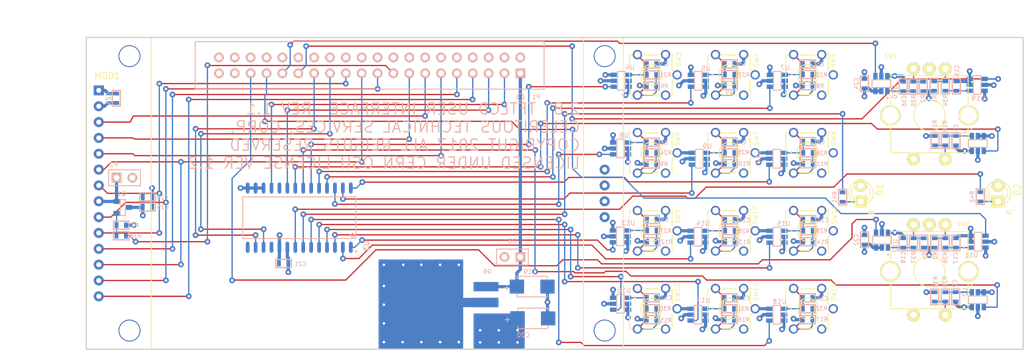
<source format=kicad_pcb>
(kicad_pcb (version 20221018) (generator pcbnew)
  (layers (0 "F.Cu" signal) (1 "In1.Cu" power "GND") (2 "In2.Cu" power "PWR") (31 "B.Cu" signal) (34 "B.Paste" user) (35 "F.Paste" user) (36 "B.SilkS" user "B.Silkscreen") (37 "F.SilkS" user "F.Silkscreen") (38 "B.Mask" user) (39 "F.Mask" user) (44 "Edge.Cuts" user))
  (net 0 "")
  (net 1 "GND")
  (net 2 "/PB3")
  (net 3 "/PB4")
  (net 4 "/PB5")
  (net 5 "/PB6")
  (net 6 "/PB7")
  (net 7 "/PB8")
  (net 8 "/PB9")
  (net 9 "/PB10")
  (net 10 "/SPI_MISO")
  (net 11 "/SPI_SCK")
  (net 12 "/SPI_MOSI")
  (net 13 "/DISP_CD")
  (net 14 "/DISP_RST")
  (net 15 "/DISP_CS")
  (net 16 "+3.3V")
  (net 17 "/EXP_RST")
  (net 18 "/EXP_INT")
  (net 19 "/I2C_SDA")
  (net 20 "/ENCODER_1A")
  (net 21 "/ENCODER_1B")
  (net 22 "/ENCODER_2A")
  (net 23 "/ENCODER_2B")
  (net 24 "/PHA1")
  (net 25 "/PHB1")
  (net 26 "/PHA2")
  (net 27 "/PHB2")
  (net 28 "Net-(R18-Pad1)")
  (net 29 "/DB8")
  (net 30 "/DB7")
  (net 31 "/DB6")
  (net 32 "/DB5")
  (net 33 "/DB4")
  (net 34 "/DB3")
  (net 35 "/DB2")
  (net 36 "/DB1")
  (net 37 "/DB10")
  (net 38 "/DB9")
  (net 39 "/PB13")
  (net 40 "/PB11")
  (net 41 "/PB12")
  (net 42 "/PB14")
  (net 43 "Net-(D1-PadK)")
  (net 44 "Net-(D2-PadK)")
  (net 45 "/DISP_LED")
  (net 46 "/DISP_TCS")
  (net 47 "/DISP_PENIRQ")
  (net 48 "/LED1")
  (net 49 "/LED2")
  (net 50 "/DB14")
  (net 51 "/DB13")
  (net 52 "/DB12")
  (net 53 "/DB11")
  (net 54 "+4.3V")
  (net 55 "Net-(MOD1-Pad15)")
  (net 56 "Net-(MOD1-Pad16)")
  (net 57 "Net-(MOD1-Pad17)")
  (net 58 "Net-(MOD1-Pad18)")
  (net 59 "/I2C_SCL")
  (net 60 "/ENCODER_3A")
  (net 61 "/ENCODER_3B")
  (net 62 "Net-(U3-Pad11)")
  (net 63 "Net-(U3-Pad14)")
  (net 64 "Net-(U3-Pad19)")
  (net 65 "/PB1")
  (net 66 "/PB2")
  (net 67 "/PHA1D")
  (net 68 "/PHB1D")
  (net 69 "/PHA2D")
  (net 70 "/PHB2D")
  (net 71 "/PWM")
  (net 72 "Net-(R20-Pad1)")
  (net 73 "/SW3")
  (net 74 "/SW4")
  (net 75 "/SW5")
  (net 76 "/SW6")
  (net 77 "/SW7")
  (net 78 "/SW8")
  (net 79 "/SW9")
  (net 80 "/SW10")
  (net 81 "/SW11")
  (net 82 "/SW12")
  (net 83 "/SW13")
  (net 84 "/SW14")
  (net 85 "Net-(Q1-Pad1)")
  (footprint "Kicad:LED_3MM_TH" (layer "F.Cu") (at 169 109 90)
    (fp_text reference "D1")
    (fp_text value "Led_Small" hide)
  )
  (footprint "Kicad:LED_3MM_TH" (layer "F.Cu") (at 191 109 90)
    (fp_text reference "D2")
    (fp_text value "Led_Small" hide)
  )
  (footprint "Kicad:TFT_320x260_2.8_SPI" (layer "F.Cu") (at 88 109)
    (fp_text reference "MOD1")
    (fp_text value "TFT_320X240_2.4_SPI" hide)
  )
  (footprint "Kicad:SW_PEC11_QUAD_ENCODER_TH_PB" (layer "F.Cu") (at 180 96.5 180)
    (fp_text reference "SW1")
    (fp_text value "ENCODER_W/PB" hide)
  )
  (footprint "Kicad:SW_PEC11_QUAD_ENCODER_TH_PB" (layer "F.Cu") (at 180 121.5 180)
    (fp_text reference "SW2")
    (fp_text value "ENCODER_W/PB" hide)
  )
  (footprint "Kicad:SWITCH_PB_6MM_TH_GND" (layer "F.Cu") (at 135.5 90 90)
    (fp_text reference "SW3")
    (fp_text value "PUSHBUTTON_SPST_6MM_TH_GND" hide)
  )
  (footprint "Kicad:SWITCH_PB_6MM_TH_GND" (layer "F.Cu") (at 148 90 90)
    (fp_text reference "SW4")
    (fp_text value "PUSHBUTTON_SPST_6MM_TH_GND" hide)
  )
  (footprint "Kicad:SWITCH_PB_6MM_TH_GND" (layer "F.Cu") (at 160.5 90 90)
    (fp_text reference "SW5")
    (fp_text value "PUSHBUTTON_SPST_6MM_TH_GND" hide)
  )
  (footprint "Kicad:SWITCH_PB_6MM_TH_GND" (layer "F.Cu") (at 135.5 102.5 90)
    (fp_text reference "SW6")
    (fp_text value "PUSHBUTTON_SPST_6MM_TH_GND" hide)
  )
  (footprint "Kicad:SWITCH_PB_6MM_TH_GND" (layer "F.Cu") (at 148 102.5 90)
    (fp_text reference "SW7")
    (fp_text value "PUSHBUTTON_SPST_6MM_TH_GND" hide)
  )
  (footprint "Kicad:SWITCH_PB_6MM_TH_GND" (layer "F.Cu") (at 160.5 102.5 90)
    (fp_text reference "SW8")
    (fp_text value "PUSHBUTTON_SPST_6MM_TH_GND" hide)
  )
  (footprint "Kicad:SWITCH_PB_6MM_TH_GND" (layer "F.Cu") (at 135.5 115 90)
    (fp_text reference "SW9")
    (fp_text value "PUSHBUTTON_SPST_6MM_TH_GND" hide)
  )
  (footprint "Kicad:SWITCH_PB_6MM_TH_GND" (layer "F.Cu") (at 148 115 90)
    (fp_text reference "SW10")
    (fp_text value "PUSHBUTTON_SPST_6MM_TH_GND" hide)
  )
  (footprint "Kicad:SWITCH_PB_6MM_TH_GND" (layer "F.Cu") (at 160.5 115 90)
    (fp_text reference "SW11")
    (fp_text value "PUSHBUTTON_SPST_6MM_TH_GND" hide)
  )
  (footprint "Kicad:SWITCH_PB_6MM_TH_GND" (layer "F.Cu") (at 135.5 127.5 90)
    (fp_text reference "SW12")
    (fp_text value "PUSHBUTTON_SPST_6MM_TH_GND" hide)
  )
  (footprint "Kicad:SWITCH_PB_6MM_TH_GND" (layer "F.Cu") (at 148 127.5 90)
    (fp_text reference "SW13")
    (fp_text value "PUSHBUTTON_SPST_6MM_TH_GND" hide)
  )
  (footprint "Kicad:SWITCH_PB_6MM_TH_GND" (layer "F.Cu") (at 160.5 127.5 90)
    (fp_text reference "SW14")
    (fp_text value "PUSHBUTTON_SPST_6MM_TH_GND" hide)
  )
  (footprint "IPC7351-Nominal:SOIC127P1034X267-28" (layer "B.Cu") (at 79.1 112.9 90)
    (fp_text reference "U3")
    (fp_text value "MCP23017" hide)
  )
  (footprint "KiCad:TO263-3" (layer "B.Cu") (at 99 126.5 -90)
    (fp_text reference "U6")
    (fp_text value "MCP1826S-3302" hide)
  )
  (footprint "Kicad:P0603" (layer "B.Cu") (at 184.25 100.55 -90)
    (fp_text reference "C1")
    (fp_text value "0.10uF" hide)
  )
  (footprint "Kicad:P0603" (layer "B.Cu") (at 184.2 125.6 -90)
    (fp_text reference "C2")
    (fp_text value "0.10uF" hide)
  )
  (footprint "Kicad:P0603" (layer "B.Cu") (at 135.5 88.25)
    (fp_text reference "C3")
    (fp_text value "0.10uF" hide)
  )
  (footprint "Kicad:P0603" (layer "B.Cu") (at 148 88.25)
    (fp_text reference "C4")
    (fp_text value "0.10uF" hide)
  )
  (footprint "Kicad:P0603" (layer "B.Cu") (at 160.5 88.25)
    (fp_text reference "C5")
    (fp_text value "0.10uF" hide)
  )
  (footprint "Kicad:P0603" (layer "B.Cu") (at 135.5 100.8)
    (fp_text reference "C6")
    (fp_text value "0.10uF" hide)
  )
  (footprint "Kicad:P0603" (layer "B.Cu") (at 148 100.75)
    (fp_text reference "C7")
    (fp_text value "0.10uF" hide)
  )
  (footprint "Kicad:P0603" (layer "B.Cu") (at 160.55 100.7)
    (fp_text reference "C8")
    (fp_text value "0.10uF" hide)
  )
  (footprint "Kicad:P0603" (layer "B.Cu") (at 135.55 113.2)
    (fp_text reference "C9")
    (fp_text value "0.10uF" hide)
  )
  (footprint "Kicad:P0603" (layer "B.Cu") (at 148.05 113.25)
    (fp_text reference "C10")
    (fp_text value "0.10uF" hide)
  )
  (footprint "Kicad:P0603" (layer "B.Cu") (at 160.55 113.2)
    (fp_text reference "C11")
    (fp_text value "0.10uF" hide)
  )
  (footprint "Kicad:P0603" (layer "B.Cu") (at 135.5 125.75)
    (fp_text reference "C12")
    (fp_text value "0.10uF" hide)
  )
  (footprint "Kicad:P0603" (layer "B.Cu") (at 147.95 125.75)
    (fp_text reference "C13")
    (fp_text value "0.10uF" hide)
  )
  (footprint "Kicad:P0603" (layer "B.Cu") (at 160.5 125.75)
    (fp_text reference "C14")
    (fp_text value "0.10uF" hide)
  )
  (footprint "Kicad:P0603" (layer "B.Cu") (at 184.3 91.8 90)
    (fp_text reference "C15")
    (fp_text value "0.10uF" hide)
  )
  (footprint "Kicad:P0603" (layer "B.Cu") (at 175.8 91.85 90)
    (fp_text reference "C16")
    (fp_text value "0.10uF" hide)
  )
  (footprint "Kicad:P0603" (layer "B.Cu") (at 184.25 116.95 90)
    (fp_text reference "C17")
    (fp_text value "0.10uF" hide)
  )
  (footprint "Kicad:P0603" (layer "B.Cu") (at 175.8 116.95 90)
    (fp_text reference "C18")
    (fp_text value "0.10uF" hide)
  )
  (footprint "Kicad:CAPACITOR_TANTALUM_C" (layer "B.Cu") (at 116.4 123.95)
    (fp_text reference "C19")
    (fp_text value "47uF" hide)
  )
  (footprint "Kicad:CAPACITOR_TANTALUM_C" (layer "B.Cu") (at 116.5 129.05)
    (fp_text reference "C20")
    (fp_text value "47uF" hide)
  )
  (footprint "Kicad:P0603" (layer "B.Cu") (at 76.6 120.25 180)
    (fp_text reference "C21")
    (fp_text value "0.10uF" hide)
  )
  (footprint "Kicad:P0603" (layer "B.Cu") (at 169.6 116.45 -90)
    (fp_text reference "C22")
    (fp_text value "0.10uF" hide)
  )
  (footprint "Kicad:P0603" (layer "B.Cu") (at 49.8 93.75 -90)
    (fp_text reference "C23")
    (fp_text value "0.10uF" hide)
  )
  (footprint "Kicad:P0603" (layer "B.Cu") (at 169.6 91.4 -90)
    (fp_text reference "C24")
    (fp_text value "0.10uF" hide)
  )
  (footprint "Kicad:Header_2x20_Shrouded_100mil" (layer "B.Cu") (at 114.5 89.75 180)
    (fp_text reference "P1")
    (fp_text value "Header_2x20" hide)
  )
  (footprint "Kicad:Header_2x1_Shrouded_100mil" (layer "B.Cu") (at 49.85 106.5 90)
    (fp_text reference "P2")
    (fp_text value "Header_2x1" hide)
  )
  (footprint "Kicad:Header_2x1_Shrouded_100mil" (layer "B.Cu") (at 114.5 119.2 -90)
    (fp_text reference "P3")
    (fp_text value "Header_2x1" hide)
  )
  (footprint "Kicad:P0603" (layer "B.Cu") (at 180.75 91.8 90)
    (fp_text reference "R1")
    (fp_text value "10.0kΩ" hide)
  )
  (footprint "Kicad:P0603" (layer "B.Cu") (at 179 91.85 90)
    (fp_text reference "R2")
    (fp_text value "10.0kΩ" hide)
  )
  (footprint "Kicad:P0603" (layer "B.Cu") (at 180.85 116.95 90)
    (fp_text reference "R3")
    (fp_text value "10.0kΩ" hide)
  )
  (footprint "Kicad:P0603" (layer "B.Cu") (at 179.1 116.95 90)
    (fp_text reference "R4")
    (fp_text value "10.0kΩ" hide)
  )
  (footprint "Kicad:P0603" (layer "B.Cu") (at 50.6 114.1)
    (fp_text reference "R5")
    (fp_text value "10.0kΩ" hide)
  )
  (footprint "Kicad:P0603" (layer "B.Cu") (at 135.5 91.8)
    (fp_text reference "R6")
    (fp_text value "10.0kΩ" hide)
  )
  (footprint "Kicad:P0603" (layer "B.Cu") (at 148 91.7)
    (fp_text reference "R7")
    (fp_text value "10.0kΩ" hide)
  )
  (footprint "Kicad:P0603" (layer "B.Cu") (at 160.5 91.75)
    (fp_text reference "R8")
    (fp_text value "10.0kΩ" hide)
  )
  (footprint "Kicad:P0603" (layer "B.Cu") (at 135.5 104.3)
    (fp_text reference "R9")
    (fp_text value "10.0kΩ" hide)
  )
  (footprint "Kicad:P0603" (layer "B.Cu") (at 148 104.25)
    (fp_text reference "R10")
    (fp_text value "10.0kΩ" hide)
  )
  (footprint "Kicad:P0603" (layer "B.Cu") (at 160.55 104.25)
    (fp_text reference "R11")
    (fp_text value "10.0kΩ" hide)
  )
  (footprint "Kicad:P0603" (layer "B.Cu") (at 135.55 116.75)
    (fp_text reference "R12")
    (fp_text value "10.0kΩ" hide)
  )
  (footprint "Kicad:P0603" (layer "B.Cu") (at 148.05 116.75)
    (fp_text reference "R13")
    (fp_text value "10.0kΩ" hide)
  )
  (footprint "Kicad:P0603" (layer "B.Cu") (at 160.55 116.75)
    (fp_text reference "R14")
    (fp_text value "10.0kΩ" hide)
  )
  (footprint "Kicad:P0603" (layer "B.Cu") (at 135.5 129.25)
    (fp_text reference "R15")
    (fp_text value "10.0kΩ" hide)
  )
  (footprint "Kicad:P0603" (layer "B.Cu") (at 147.95 129.25)
    (fp_text reference "R16")
    (fp_text value "10.0kΩ" hide)
  )
  (footprint "Kicad:P0603" (layer "B.Cu") (at 160.5 129.25)
    (fp_text reference "R17")
    (fp_text value "10.0kΩ" hide)
  )
  (footprint "Kicad:P0603" (layer "B.Cu") (at 182.55 100.55 90)
    (fp_text reference "R18")
    (fp_text value "1.00kΩ" hide)
  )
  (footprint "Kicad:P0603" (layer "B.Cu") (at 180.9 100.55 90)
    (fp_text reference "R19")
    (fp_text value "10.0kΩ" hide)
  )
  (footprint "Kicad:P0603" (layer "B.Cu") (at 182.55 125.6 90)
    (fp_text reference "R20")
    (fp_text value "1.00kΩ" hide)
  )
  (footprint "Kicad:P0603" (layer "B.Cu") (at 135.5 90 180)
    (fp_text reference "R21")
    (fp_text value "1.00kΩ" hide)
  )
  (footprint "Kicad:P0603" (layer "B.Cu") (at 148 89.95 180)
    (fp_text reference "R22")
    (fp_text value "1.00kΩ" hide)
  )
  (footprint "Kicad:P0603" (layer "B.Cu") (at 160.5 89.95 180)
    (fp_text reference "R23")
    (fp_text value "1.00kΩ" hide)
  )
  (footprint "Kicad:P0603" (layer "B.Cu") (at 135.5 102.5 180)
    (fp_text reference "R24")
    (fp_text value "1.00kΩ" hide)
  )
  (footprint "Kicad:P0603" (layer "B.Cu") (at 148 102.5 180)
    (fp_text reference "R25")
    (fp_text value "1.00kΩ" hide)
  )
  (footprint "Kicad:P0603" (layer "B.Cu") (at 160.55 102.5 180)
    (fp_text reference "R26")
    (fp_text value "1.00kΩ" hide)
  )
  (footprint "Kicad:P0603" (layer "B.Cu") (at 135.55 114.95 180)
    (fp_text reference "R27")
    (fp_text value "1.00kΩ" hide)
  )
  (footprint "Kicad:P0603" (layer "B.Cu") (at 148.05 115 180)
    (fp_text reference "R28")
    (fp_text value "1.00kΩ" hide)
  )
  (footprint "Kicad:P0603" (layer "B.Cu") (at 160.55 115 180)
    (fp_text reference "R29")
    (fp_text value "1.00kΩ" hide)
  )
  (footprint "Kicad:P0603" (layer "B.Cu") (at 135.5 127.5 180)
    (fp_text reference "R30")
    (fp_text value "1.00kΩ" hide)
  )
  (footprint "Kicad:P0603" (layer "B.Cu") (at 147.95 127.5 180)
    (fp_text reference "R31")
    (fp_text value "1.00kΩ" hide)
  )
  (footprint "Kicad:P0603" (layer "B.Cu") (at 160.5 127.5 180)
    (fp_text reference "R32")
    (fp_text value "1.00kΩ" hide)
  )
  (footprint "Kicad:P0603" (layer "B.Cu") (at 180.85 125.6 90)
    (fp_text reference "R33")
    (fp_text value "10.0kΩ" hide)
  )
  (footprint "Kicad:P0603" (layer "B.Cu") (at 182.55 91.8 -90)
    (fp_text reference "R34")
    (fp_text value "1.00kΩ" hide)
  )
  (footprint "Kicad:P0603" (layer "B.Cu") (at 177.4 91.85 -90)
    (fp_text reference "R35")
    (fp_text value "1.00kΩ" hide)
  )
  (footprint "Kicad:P0603" (layer "B.Cu") (at 182.55 116.95 -90)
    (fp_text reference "R36")
    (fp_text value "1.00kΩ" hide)
  )
  (footprint "Kicad:P0603" (layer "B.Cu") (at 177.45 116.95 -90)
    (fp_text reference "R37")
    (fp_text value "1.00kΩ" hide)
  )
  (footprint "Kicad:P0603" (layer "B.Cu") (at 166.1 109.6 -90)
    (fp_text reference "R41")
    (fp_text value "470.0Ω" hide)
  )
  (footprint "Kicad:P0603" (layer "B.Cu") (at 188.15 109.55 -90)
    (fp_text reference "R42")
    (fp_text value "470.0Ω" hide)
  )
  (footprint "Kicad:SOT23-6" (layer "B.Cu") (at 187.75 102.2)
    (fp_text reference "U1")
    (fp_text value "SN74LVC1G97" hide)
  )
  (footprint "Kicad:SOT23-6" (layer "B.Cu") (at 187.75 127.25)
    (fp_text reference "U2")
    (fp_text value "SN74LVC1G97" hide)
  )
  (footprint "Kicad:SOT23-6" (layer "B.Cu") (at 129.45 90.95 -90)
    (fp_text reference "U4")
    (fp_text value "SN74LVC1G97" hide)
  )
  (footprint "Kicad:SOT23-6" (layer "B.Cu") (at 141.8 90.95 -90)
    (fp_text reference "U5")
    (fp_text value "SN74LVC1G97" hide)
  )
  (footprint "Kicad:SOT23-6" (layer "B.Cu") (at 154.45 90.95 -90)
    (fp_text reference "U7")
    (fp_text value "SN74LVC1G97" hide)
  )
  (footprint "Kicad:SOT23-6" (layer "B.Cu") (at 129.35 101.8 -90)
    (fp_text reference "U8")
    (fp_text value "SN74LVC1G97" hide)
  )
  (footprint "Kicad:SOT23-6" (layer "B.Cu") (at 141.95 103.45 -90)
    (fp_text reference "U9")
    (fp_text value "SN74LVC1G97" hide)
  )
  (footprint "Kicad:SOT23-6" (layer "B.Cu") (at 154.35 103.45 -90)
    (fp_text reference "U10")
    (fp_text value "SN74LVC1G97" hide)
  )
  (footprint "Kicad:SOT23-6" (layer "B.Cu") (at 189 116.75 90)
    (fp_text reference "U11")
    (fp_text value "SN74LVC1G97" hide)
  )
  (footprint "Kicad:SOT23-6" (layer "B.Cu") (at 172.4 115.3 180)
    (fp_text reference "U12")
    (fp_text value "SN74LVC1G97" hide)
  )
  (footprint "Kicad:SOT23-6" (layer "B.Cu") (at 129.3 115.9 -90)
    (fp_text reference "U13")
    (fp_text value "SN74LVC1G97" hide)
  )
  (footprint "Kicad:SOT23-6" (layer "B.Cu") (at 141.75 115.95 -90)
    (fp_text reference "U14")
    (fp_text value "SN74LVC1G97" hide)
  )
  (footprint "Kicad:SOT23-6" (layer "B.Cu") (at 154.4 115.95 -90)
    (fp_text reference "U15")
    (fp_text value "SN74LVC1G97" hide)
  )
  (footprint "Kicad:SOT23-6" (layer "B.Cu") (at 129.35 126.7 -90)
    (fp_text reference "U16")
    (fp_text value "SN74LVC1G97" hide)
  )
  (footprint "Kicad:SOT23-6" (layer "B.Cu") (at 141.75 128.45 -90)
    (fp_text reference "U17")
    (fp_text value "SN74LVC1G97" hide)
  )
  (footprint "Kicad:SOT23-6" (layer "B.Cu") (at 154.35 128.45 -90)
    (fp_text reference "U18")
    (fp_text value "SN74LVC1G97" hide)
  )
  (footprint "Kicad:SOT23-6" (layer "B.Cu") (at 188.85 91.6 90)
    (fp_text reference "U19")
    (fp_text value "SN74LVC1G97" hide)
  )
  (footprint "Kicad:SOT23-6" (layer "B.Cu") (at 172.3 90.2 180)
    (fp_text reference "U20")
    (fp_text value "SN74LVC1G97" hide)
  )
  (footprint "Kicad:SOT23-3" (layer "B.Cu") (at 51.85 111.25 90)
    (fp_text reference "Q1")
    (fp_text value "CMPDM302PH" hide)
  )
  (footprint "Kicad:P0603" (layer "B.Cu") (at 50.6 115.8 180)
    (fp_text reference "R38")
    (fp_text value "470.0Ω" hide)
  )
  (footprint "Kicad:P0603" (layer "B.Cu") (at 54.8 111.2)
    (fp_text reference "C25")
    (fp_text value "0.10uF" hide)
  )
  (footprint "Kicad:P0603" (layer "B.Cu") (at 54.8 109.55)
    (fp_text reference "C26")
    (fp_text value "10.0uF" hide)
  )
  (gr_line (start 45 134) (end 45 84) (stroke (width 0.2)) (layer "Edge.Cuts"))
  (gr_line (start 45 84) (end 195 84) (stroke (width 0.2)) (layer "Edge.Cuts"))
  (gr_line (start 45 134) (end 195 134) (stroke (width 0.2)) (layer "Edge.Cuts"))
  (gr_line (start 195 84) (end 195 134) (stroke (width 0.2)) (layer "Edge.Cuts"))
  (gr_text "2.8\" TFTLCD USER INTERFACE  REV 1.1\nCELERITOUS TECHNICAL SERVICES, CORP.\nCOPYRIGHT 2017 ALL REIGHTS RESERVED\nLICENSED UNDER CERN OSH LICENSE VER 1.2" (at 124.2 99.8) (layer "B.SilkS") (effects (font (size 1.8 1.8) (thickness 0.2)) (justify left mirror)))
  (via (at 186.45 89.4) (size 0.9144) (drill 0.4064) (layers "F.Cu" "B.Cu") (net 1))
  (via (at 156.4 118.3) (size 0.9144) (drill 0.4064) (layers "F.Cu" "B.Cu") (net 1))
  (via (at 129.35 124.45) (size 0.9144) (drill 0.4064) (layers "F.Cu" "B.Cu") (net 1))
  (via (at 169.6 93.45) (size 0.9144) (drill 0.4064) (layers "F.Cu" "B.Cu") (net 1))
  (via (at 129.35 99.65) (size 0.9144) (drill 0.4064) (layers "F.Cu" "B.Cu") (net 1))
  (via (at 188.85 93.85) (size 0.9144) (drill 0.4064) (layers "F.Cu" "B.Cu") (net 1))
  (via (at 92.65 123.85) (size 0.9144) (drill 0.4064) (layers "F.Cu" "B.Cu") (net 1))
  (via (at 98.65 132.85) (size 0.9144) (drill 0.4064) (layers "F.Cu" "B.Cu") (net 1))
  (via (at 131.75 128.9) (size 0.9144) (drill 0.4064) (layers "F.Cu" "B.Cu") (net 1))
  (via (at 169.6 118.4) (size 0.9144) (drill 0.4064) (layers "F.Cu" "B.Cu") (net 1))
  (via (at 118.85 126.45) (size 0.9144) (drill 0.4064) (layers "F.Cu" "B.Cu") (net 1))
  (via (at 101.65 132.85) (size 0.9144) (drill 0.4064) (layers "F.Cu" "B.Cu") (net 1))
  (via (at 131.35 93.25) (size 0.9144) (drill 0.4064) (layers "F.Cu" "B.Cu") (net 1))
  (via (at 69.7 108.15) (size 0.9144) (drill 0.4064) (layers "F.Cu" "B.Cu") (net 1))
  (via (at 104.65 132.85) (size 0.9144) (drill 0.4064) (layers "F.Cu" "B.Cu") (net 1))
  (via (at 98.65 120.45) (size 0.9144) (drill 0.4064) (layers "F.Cu" "B.Cu") (net 1))
  (via (at 143.65 130.8) (size 0.9144) (drill 0.4064) (layers "F.Cu" "B.Cu") (net 1))
  (via (at 189 119) (size 0.9144) (drill 0.4064) (layers "F.Cu" "B.Cu") (net 1))
  (via (at 104.65 120.45) (size 0.9144) (drill 0.4064) (layers "F.Cu" "B.Cu") (net 1))
  (via (at 156.25 105.8) (size 0.9144) (drill 0.4064) (layers "F.Cu" "B.Cu") (net 1))
  (via (at 95.65 132.85) (size 0.9144) (drill 0.4064) (layers "F.Cu" "B.Cu") (net 1))
  (via (at 95.75 120.45) (size 0.9144) (drill 0.4064) (layers "F.Cu" "B.Cu") (net 1))
  (via (at 92.65 132.85) (size 0.9144) (drill 0.4064) (layers "F.Cu" "B.Cu") (net 1))
  (via (at 185.55 127.25) (size 0.9144) (drill 0.4064) (layers "F.Cu" "B.Cu") (net 1))
  (via (at 143.8 93.35) (size 0.9144) (drill 0.4064) (layers "F.Cu" "B.Cu") (net 1))
  (via (at 185.65 102.2) (size 0.9144) (drill 0.4064) (layers "F.Cu" "B.Cu") (net 1))
  (via (at 144.05 105.65) (size 0.9144) (drill 0.4064) (layers "F.Cu" "B.Cu") (net 1))
  (via (at 55.55 108.15) (size 0.9144) (drill 0.4064) (layers "F.Cu" "B.Cu") (net 1))
  (via (at 131.7 103.95) (size 0.9144) (drill 0.4064) (layers "F.Cu" "B.Cu") (net 1))
  (via (at 131.4 118.25) (size 0.9144) (drill 0.4064) (layers "F.Cu" "B.Cu") (net 1))
  (via (at 141.8 88.8) (size 0.9144) (drill 0.4064) (layers "F.Cu" "B.Cu") (net 1))
  (via (at 186.6 114.65) (size 0.9144) (drill 0.4064) (layers "F.Cu" "B.Cu") (net 1))
  (via (at 92.65 120.45) (size 0.9144) (drill 0.4064) (layers "F.Cu" "B.Cu") (net 1))
  (via (at 156.4 130.8) (size 0.9144) (drill 0.4064) (layers "F.Cu" "B.Cu") (net 1))
  (via (at 92.65 129.85) (size 0.9144) (drill 0.4064) (layers "F.Cu" "B.Cu") (net 1))
  (via (at 75.95 115.7) (size 0.9144) (drill 0.4064) (layers "F.Cu" "B.Cu") (net 1))
  (via (at 128.1 90) (size 0.9144) (drill 0.4064) (layers "F.Cu" "B.Cu") (net 1))
  (via (at 101.65 120.45) (size 0.9144) (drill 0.4064) (layers "F.Cu" "B.Cu") (net 1))
  (via (at 129.3 113.7) (size 0.9144) (drill 0.4064) (layers "F.Cu" "B.Cu") (net 1))
  (via (at 190 99.8) (size 0.9144) (drill 0.4064) (layers "F.Cu" "B.Cu") (net 1))
  (via (at 92.65 126.85) (size 0.9144) (drill 0.4064) (layers "F.Cu" "B.Cu") (net 1))
  (via (at 174.45 90.2) (size 0.9144) (drill 0.4064) (layers "F.Cu" "B.Cu") (net 1))
  (via (at 154.45 88.8) (size 0.9144) (drill 0.4064) (layers "F.Cu" "B.Cu") (net 1))
  (via (at 156.65 93.15) (size 0.9144) (drill 0.4064) (layers "F.Cu" "B.Cu") (net 1))
  (via (at 190 124.85) (size 0.9144) (drill 0.4064) (layers "F.Cu" "B.Cu") (net 1))
  (via (at 143.7 118.25) (size 0.9144) (drill 0.4064) (layers "F.Cu" "B.Cu") (net 1))
  (via (at 174.45 115.3) (size 0.9144) (drill 0.4064) (layers "F.Cu" "B.Cu") (net 1))
  (segment (start 137.45 88.25) (end 137.75 87.95) (width 0.508) (layer "B.Cu") (net 1))
  (segment (start 137.75 87.95) (end 137.75 86.75) (width 0.508) (layer "B.Cu") (net 1))
  (segment (start 131.85 92.75) (end 131.35 93.25) (width 0.508) (layer "B.Cu") (net 1))
  (segment (start 149.9 88.25) (end 150.25 87.9) (width 0.508) (layer "B.Cu") (net 1))
  (segment (start 150.25 87.9) (end 150.25 86.75) (width 0.508) (layer "B.Cu") (net 1))
  (segment (start 156.85 92.95) (end 156.65 93.15) (width 0.508) (layer "B.Cu") (net 1))
  (segment (start 175.8 90.35) (end 175.65 90.2) (width 0.508) (layer "B.Cu") (net 1))
  (segment (start 175.65 90.2) (end 174.45 90.2) (width 0.508) (layer "B.Cu") (net 1))
  (segment (start 174.45 90.2) (end 173.25 90.2) (width 0.508) (layer "B.Cu") (net 1))
  (segment (start 170.75 92.6) (end 170.3 92.15) (width 0.508) (layer "B.Cu") (net 1))
  (segment (start 170.3 92.15) (end 169.6 92.15) (width 0.508) (layer "B.Cu") (net 1))
  (segment (start 186 91.05) (end 186.45 91.5) (width 0.508) (layer "B.Cu") (net 1))
  (segment (start 186.45 91.5) (end 186.45 91.6) (width 0.508) (layer "B.Cu") (net 1))
  (segment (start 184.25 101.7) (end 184.75 102.2) (width 0.508) (layer "B.Cu") (net 1))
  (segment (start 184.75 102.2) (end 185.65 102.2) (width 0.508) (layer "B.Cu") (net 1))
  (segment (start 185.65 102.2) (end 186.8 102.2) (width 0.508) (layer "B.Cu") (net 1))
  (segment (start 184.25 116.05) (end 184.5 115.8) (width 0.508) (layer "B.Cu") (net 1))
  (segment (start 184.5 115.8) (end 186.6 115.8) (width 0.508) (layer "B.Cu") (net 1))
  (segment (start 175.8 115.8) (end 175.3 115.3) (width 0.508) (layer "B.Cu") (net 1))
  (segment (start 175.3 115.3) (end 174.45 115.3) (width 0.508) (layer "B.Cu") (net 1))
  (segment (start 174.45 115.3) (end 173.35 115.3) (width 0.508) (layer "B.Cu") (net 1))
  (segment (start 171 117.7) (end 170.5 117.2) (width 0.508) (layer "B.Cu") (net 1))
  (segment (start 170.5 117.2) (end 169.6 117.2) (width 0.508) (layer "B.Cu") (net 1))
  (segment (start 184.2 126.75) (end 184.7 127.25) (width 0.508) (layer "B.Cu") (net 1))
  (segment (start 184.7 127.25) (end 185.55 127.25) (width 0.508) (layer "B.Cu") (net 1))
  (segment (start 185.55 127.25) (end 186.8 127.25) (width 0.508) (layer "B.Cu") (net 1))
  (segment (start 137.4 100.8) (end 137.75 100.45) (width 0.508) (layer "B.Cu") (net 1))
  (segment (start 137.75 100.45) (end 137.75 99.25) (width 0.508) (layer "B.Cu") (net 1))
  (segment (start 131.75 103.9) (end 131.7 103.95) (width 0.508) (layer "B.Cu") (net 1))
  (segment (start 144.35 105.35) (end 144.05 105.65) (width 0.508) (layer "B.Cu") (net 1))
  (segment (start 149.8 100.75) (end 150.25 100.3) (width 0.508) (layer "B.Cu") (net 1))
  (segment (start 150.25 100.3) (end 150.25 99.25) (width 0.508) (layer "B.Cu") (net 1))
  (segment (start 156.75 105.3) (end 156.25 105.8) (width 0.508) (layer "B.Cu") (net 1))
  (segment (start 162.45 100.7) (end 162.75 100.4) (width 0.508) (layer "B.Cu") (net 1))
  (segment (start 162.75 100.4) (end 162.75 99.25) (width 0.508) (layer "B.Cu") (net 1))
  (segment (start 131.7 117.95) (end 131.4 118.25) (width 0.508) (layer "B.Cu") (net 1))
  (segment (start 137.45 113.2) (end 137.75 112.9) (width 0.508) (layer "B.Cu") (net 1))
  (segment (start 137.75 112.9) (end 137.75 111.75) (width 0.508) (layer "B.Cu") (net 1))
  (segment (start 144.15 117.8) (end 143.7 118.25) (width 0.508) (layer "B.Cu") (net 1))
  (segment (start 149.85 113.25) (end 150.25 112.85) (width 0.508) (layer "B.Cu") (net 1))
  (segment (start 150.25 112.85) (end 150.25 111.75) (width 0.508) (layer "B.Cu") (net 1))
  (segment (start 156.8 117.9) (end 156.4 118.3) (width 0.508) (layer "B.Cu") (net 1))
  (segment (start 162.35 113.2) (end 162.75 112.8) (width 0.508) (layer "B.Cu") (net 1))
  (segment (start 162.75 112.8) (end 162.75 111.75) (width 0.508) (layer "B.Cu") (net 1))
  (segment (start 137.35 125.75) (end 137.75 125.35) (width 0.508) (layer "B.Cu") (net 1))
  (segment (start 137.75 125.35) (end 137.75 124.25) (width 0.508) (layer "B.Cu") (net 1))
  (segment (start 144.15 130.3) (end 143.65 130.8) (width 0.508) (layer "B.Cu") (net 1))
  (segment (start 150 125.75) (end 150.25 125.5) (width 0.508) (layer "B.Cu") (net 1))
  (segment (start 150.25 125.5) (end 150.25 124.25) (width 0.508) (layer "B.Cu") (net 1))
  (segment (start 156.75 130.45) (end 156.4 130.8) (width 0.508) (layer "B.Cu") (net 1))
  (segment (start 162.35 125.75) (end 162.75 125.35) (width 0.508) (layer "B.Cu") (net 1))
  (segment (start 162.75 125.35) (end 162.75 124.25) (width 0.508) (layer "B.Cu") (net 1))
  (segment (start 75.925 119.275) (end 75.85 119.35) (width 0.508) (layer "B.Cu") (net 1))
  (segment (start 75.85 119.35) (end 75.85 120.25) (width 0.508) (layer "B.Cu") (net 1))
  (segment (start 104.65 132.85) (end 99 127.45) (width 0.508) (layer "B.Cu") (net 1))
  (segment (start 101.65 120.45) (end 98.65 120.45) (width 0.508) (layer "B.Cu") (net 1))
  (segment (start 98.65 120.45) (end 95.75 120.45) (width 0.508) (layer "B.Cu") (net 1))
  (segment (start 95.75 120.45) (end 92.65 120.45) (width 0.508) (layer "B.Cu") (net 1))
  (segment (start 92.65 129.85) (end 92.65 132.85) (width 0.508) (layer "B.Cu") (net 1))
  (segment (start 92.65 126.85) (end 92.65 129.85) (width 0.508) (layer "B.Cu") (net 1))
  (segment (start 92.65 123.85) (end 92.65 126.85) (width 0.508) (layer "B.Cu") (net 1))
  (segment (start 95.65 132.85) (end 98.65 132.85) (width 0.508) (layer "B.Cu") (net 1))
  (segment (start 98.65 132.85) (end 101.65 132.85) (width 0.508) (layer "B.Cu") (net 1))
  (segment (start 101.65 132.85) (end 104.65 132.85) (width 0.508) (layer "B.Cu") (net 1))
  (segment (start 47.92 95.03) (end 48.45 94.5) (width 0.508) (layer "B.Cu") (net 1))
  (segment (start 48.45 94.5) (end 49.8 94.5) (width 0.508) (layer "B.Cu") (net 1))
  (segment (start 75.925 115.725) (end 75.95 115.7) (width 0.508) (layer "B.Cu") (net 1))
  (segment (start 162.25 88.25) (end 162.75 87.75) (width 0.508) (layer "B.Cu") (net 1))
  (segment (start 162.75 87.75) (end 162.75 86.75) (width 0.508) (layer "B.Cu") (net 1))
  (segment (start 118.85 128.95) (end 118.95 129.05) (width 0.508) (layer "B.Cu") (net 1))
  (segment (start 118.85 126.45) (end 118.85 128.95) (width 0.508) (layer "B.Cu") (net 1))
  (segment (start 144.2 92.95) (end 143.8 93.35) (width 0.508) (layer "B.Cu") (net 1))
  (segment (start 144.2 91.9) (end 144.2 92.95) (width 0.508) (layer "B.Cu") (net 1))
  (segment (start 141.75 127.5) (end 139.6 127.5) (width 0.508) (layer "B.Cu") (net 1))
  (segment (start 161.25 88.25) (end 162.25 88.25) (width 0.508) (layer "B.Cu") (net 1))
  (segment (start 70.845 108.15) (end 69.7 108.15) (width 0.508) (layer "B.Cu") (net 1))
  (segment (start 184.25 116.2) (end 184.25 116.05) (width 0.508) (layer "B.Cu") (net 1))
  (segment (start 156.8 115.95) (end 156.8 116.9) (width 0.508) (layer "B.Cu") (net 1))
  (segment (start 187.75 99.8) (end 188.7 99.8) (width 0.508) (layer "B.Cu") (net 1))
  (segment (start 131.7 116.85) (end 131.7 117.95) (width 0.508) (layer "B.Cu") (net 1))
  (segment (start 136.3 113.2) (end 137.45 113.2) (width 0.508) (layer "B.Cu") (net 1))
  (segment (start 75.925 117.65) (end 75.925 115.725) (width 0.508) (layer "B.Cu") (net 1))
  (segment (start 148.75 88.25) (end 149.9 88.25) (width 0.508) (layer "B.Cu") (net 1))
  (segment (start 186.6 115.8) (end 186.6 114.65) (width 0.508) (layer "B.Cu") (net 1))
  (segment (start 148.7 125.75) (end 150 125.75) (width 0.508) (layer "B.Cu") (net 1))
  (segment (start 75.925 117.65) (end 75.925 119.275) (width 0.508) (layer "B.Cu") (net 1))
  (segment (start 47 95.03) (end 47.92 95.03) (width 0.508) (layer "B.Cu") (net 1))
  (segment (start 129.45 90) (end 128.1 90) (width 0.508) (layer "B.Cu") (net 1))
  (segment (start 131.75 127.65) (end 131.75 128.9) (width 0.508) (layer "B.Cu") (net 1))
  (segment (start 73.385 108.15) (end 72.115 108.15) (width 0.508) (layer "B.Cu") (net 1))
  (segment (start 55.55 111.2) (end 55.55 109.55) (width 0.508) (layer "B.Cu") (net 1))
  (segment (start 184.2 126.35) (end 184.2 126.75) (width 0.508) (layer "B.Cu") (net 1))
  (segment (start 161.25 125.75) (end 162.35 125.75) (width 0.508) (layer "B.Cu") (net 1))
  (segment (start 136.25 100.8) (end 137.4 100.8) (width 0.508) (layer "B.Cu") (net 1))
  (segment (start 144.35 103.45) (end 144.35 104.4) (width 0.508) (layer "B.Cu") (net 1))
  (segment (start 144.2 91.9) (end 144.2 90.95) (width 0.508) (layer "B.Cu") (net 1))
  (segment (start 144.35 104.4) (end 144.35 105.35) (width 0.508) (layer "B.Cu") (net 1))
  (segment (start 154.4 115) (end 152.1 115) (width 0.508) (layer "B.Cu") (net 1))
  (segment (start 171.35 92.6) (end 170.75 92.6) (width 0.508) (layer "B.Cu") (net 1))
  (segment (start 141.75 115) (end 139.6 115) (width 0.508) (layer "B.Cu") (net 1))
  (segment (start 156.85 90.95) (end 156.85 91.9) (width 0.508) (layer "B.Cu") (net 1))
  (segment (start 118.85 123.95) (end 118.85 126.45) (width 0.508) (layer "B.Cu") (net 1))
  (segment (start 144.15 129.4) (end 144.15 130.3) (width 0.508) (layer "B.Cu") (net 1))
  (segment (start 156.85 91.9) (end 156.85 92.95) (width 0.508) (layer "B.Cu") (net 1))
  (segment (start 156.75 129.4) (end 156.75 130.45) (width 0.508) (layer "B.Cu") (net 1))
  (segment (start 161.3 113.2) (end 162.35 113.2) (width 0.508) (layer "B.Cu") (net 1))
  (segment (start 161.3 100.7) (end 162.45 100.7) (width 0.508) (layer "B.Cu") (net 1))
  (segment (start 154.35 102.5) (end 152.1 102.5) (width 0.508) (layer "B.Cu") (net 1))
  (segment (start 131.85 91.9) (end 131.85 90.95) (width 0.508) (layer "B.Cu") (net 1))
  (segment (start 156.75 103.45) (end 156.75 104.4) (width 0.508) (layer "B.Cu") (net 1))
  (segment (start 136.25 88.25) (end 137.45 88.25) (width 0.508) (layer "B.Cu") (net 1))
  (segment (start 186.6 116.75) (end 186.6 115.8) (width 0.508) (layer "B.Cu") (net 1))
  (segment (start 186.45 90.65) (end 186.45 89.4) (width 0.508) (layer "B.Cu") (net 1))
  (segment (start 144.15 128.45) (end 144.15 129.4) (width 0.508) (layer "B.Cu") (net 1))
  (segment (start 131.75 126.7) (end 131.75 127.65) (width 0.508) (layer "B.Cu") (net 1))
  (segment (start 148.75 100.75) (end 149.8 100.75) (width 0.508) (layer "B.Cu") (net 1))
  (segment (start 187.75 124.85) (end 188.7 124.85) (width 0.508) (layer "B.Cu") (net 1))
  (segment (start 154.45 90) (end 154.45 88.8) (width 0.508) (layer "B.Cu") (net 1))
  (segment (start 141.8 90) (end 141.8 88.8) (width 0.508) (layer "B.Cu") (net 1))
  (segment (start 172.4 117.7) (end 171.45 117.7) (width 0.508) (layer "B.Cu") (net 1))
  (segment (start 186.45 91.6) (end 186.45 90.65) (width 0.508) (layer "B.Cu") (net 1))
  (segment (start 169.6 117.2) (end 169.6 118.4) (width 0.508) (layer "B.Cu") (net 1))
  (segment (start 156.75 128.45) (end 156.75 129.4) (width 0.508) (layer "B.Cu") (net 1))
  (segment (start 188.85 92.55) (end 188.85 93.85) (width 0.508) (layer "B.Cu") (net 1))
  (segment (start 188.7 99.8) (end 190 99.8) (width 0.508) (layer "B.Cu") (net 1))
  (segment (start 131.75 102.75) (end 131.75 103.9) (width 0.508) (layer "B.Cu") (net 1))
  (segment (start 129.35 125.75) (end 129.35 124.45) (width 0.508) (layer "B.Cu") (net 1))
  (segment (start 131.7 115.9) (end 131.7 116.85) (width 0.508) (layer "B.Cu") (net 1))
  (segment (start 169.6 92.15) (end 169.6 93.45) (width 0.508) (layer "B.Cu") (net 1))
  (segment (start 156.75 104.4) (end 156.75 105.3) (width 0.508) (layer "B.Cu") (net 1))
  (segment (start 188.7 124.85) (end 190 124.85) (width 0.508) (layer "B.Cu") (net 1))
  (segment (start 99 126.5) (end 99 127.45) (width 0.508) (layer "B.Cu") (net 1))
  (segment (start 175.8 91.1) (end 175.8 90.35) (width 0.508) (layer "B.Cu") (net 1))
  (segment (start 55.55 109.55) (end 55.55 108.15) (width 0.508) (layer "B.Cu") (net 1))
  (segment (start 104.65 120.45) (end 101.65 120.45) (width 0.508) (layer "B.Cu") (net 1))
  (segment (start 92.65 132.85) (end 95.65 132.85) (width 0.508) (layer "B.Cu") (net 1))
  (segment (start 154.35 127.5) (end 152.1 127.5) (width 0.508) (layer "B.Cu") (net 1))
  (segment (start 144.15 116.9) (end 144.15 117.8) (width 0.508) (layer "B.Cu") (net 1))
  (segment (start 129.3 114.95) (end 129.3 113.7) (width 0.508) (layer "B.Cu") (net 1))
  (segment (start 156.8 116.9) (end 156.8 117.9) (width 0.508) (layer "B.Cu") (net 1))
  (segment (start 136.25 125.75) (end 137.35 125.75) (width 0.508) (layer "B.Cu") (net 1))
  (segment (start 175.8 116.2) (end 175.8 115.8) (width 0.508) (layer "B.Cu") (net 1))
  (segment (start 189 117.7) (end 189 119) (width 0.508) (layer "B.Cu") (net 1))
  (segment (start 129.35 100.85) (end 129.35 99.65) (width 0.508) (layer "B.Cu") (net 1))
  (segment (start 92.65 120.45) (end 92.65 123.85) (width 0.508) (layer "B.Cu") (net 1))
  (segment (start 72.115 108.15) (end 70.845 108.15) (width 0.508) (layer "B.Cu") (net 1))
  (segment (start 131.75 101.8) (end 131.75 102.75) (width 0.508) (layer "B.Cu") (net 1))
  (segment (start 144.15 115.95) (end 144.15 116.9) (width 0.508) (layer "B.Cu") (net 1))
  (segment (start 148.8 113.25) (end 149.85 113.25) (width 0.508) (layer "B.Cu") (net 1))
  (segment (start 184.3 91.05) (end 186 91.05) (width 0.508) (layer "B.Cu") (net 1))
  (segment (start 141.95 102.5) (end 139.6 102.5) (width 0.508) (layer "B.Cu") (net 1))
  (segment (start 171.45 117.7) (end 171 117.7) (width 0.508) (layer "B.Cu") (net 1))
  (segment (start 131.85 91.9) (end 131.85 92.75) (width 0.508) (layer "B.Cu") (net 1))
  (segment (start 184.25 101.3) (end 184.25 101.7) (width 0.508) (layer "B.Cu") (net 1))
  (segment (start 172.3 92.6) (end 171.35 92.6) (width 0.508) (layer "B.Cu") (net 1))
  (segment (start 131.85 90) (end 134.75 90) (width 0.2032) (layer "B.Cu") (net 2))
  (segment (start 134.75 90) (end 134.75 88.25) (width 0.2032) (layer "B.Cu") (net 2))
  (segment (start 144.25 89.95) (end 144.2 90) (width 0.2032) (layer "B.Cu") (net 3))
  (segment (start 147.25 88.25) (end 147.25 89.95) (width 0.2032) (layer "B.Cu") (net 3))
  (segment (start 147.25 89.95) (end 144.25 89.95) (width 0.2032) (layer "B.Cu") (net 3))
  (segment (start 156.9 89.95) (end 156.85 90) (width 0.2032) (layer "B.Cu") (net 4))
  (segment (start 159.75 88.25) (end 159.75 89.95) (width 0.2032) (layer "B.Cu") (net 4))
  (segment (start 159.75 89.95) (end 156.9 89.95) (width 0.2032) (layer "B.Cu") (net 4))
  (segment (start 134.7 100.85) (end 134.75 100.8) (width 0.2032) (layer "B.Cu") (net 5))
  (segment (start 131.75 100.85) (end 134.7 100.85) (width 0.2032) (layer "B.Cu") (net 5))
  (segment (start 134.75 100.8) (end 134.75 102.5) (width 0.2032) (layer "B.Cu") (net 5))
  (segment (start 147.25 102.5) (end 147.25 100.75) (width 0.2032) (layer "B.Cu") (net 6))
  (segment (start 144.35 102.5) (end 147.25 102.5) (width 0.2032) (layer "B.Cu") (net 6))
  (segment (start 159.8 102.5) (end 156.75 102.5) (width 0.2032) (layer "B.Cu") (net 7))
  (segment (start 159.8 102.5) (end 159.8 100.7) (width 0.2032) (layer "B.Cu") (net 7))
  (segment (start 134.8 114.95) (end 131.7 114.95) (width 0.2032) (layer "B.Cu") (net 8))
  (segment (start 134.8 114.95) (end 134.8 113.2) (width 0.2032) (layer "B.Cu") (net 8))
  (segment (start 144.15 115) (end 147.3 115) (width 0.2032) (layer "B.Cu") (net 9))
  (segment (start 147.3 115) (end 147.3 113.25) (width 0.2032) (layer "B.Cu") (net 9))
  (segment (start 48.94 112.81) (end 51.3 110.45) (width 0.2032) (layer "F.Cu") (net 10))
  (segment (start 51.3 110.45) (end 57.75 110.45) (width 0.2032) (layer "F.Cu") (net 10))
  (segment (start 57.75 92.25) (end 91.65 92.25) (width 0.2032) (layer "F.Cu") (net 10))
  (segment (start 57.73 122.97) (end 57.75 122.95) (width 0.2032) (layer "F.Cu") (net 10))
  (segment (start 47 112.81) (end 48.94 112.81) (width 0.2032) (layer "F.Cu") (net 10))
  (segment (start 47 122.97) (end 57.73 122.97) (width 0.2032) (layer "F.Cu") (net 10))
  (via (at 57.75 122.95) (size 0.9144) (drill 0.4064) (layers "F.Cu" "B.Cu") (net 10))
  (via (at 57.75 92.25) (size 0.9144) (drill 0.4064) (layers "F.Cu" "B.Cu") (net 10))
  (via (at 91.65 92.25) (size 0.9144) (drill 0.4064) (layers "F.Cu" "B.Cu") (net 10))
  (via (at 57.75 110.45) (size 0.9144) (drill 0.4064) (layers "F.Cu" "B.Cu") (net 10))
  (segment (start 57.75 110.45) (end 57.75 92.25) (width 0.2032) (layer "B.Cu") (net 10))
  (segment (start 91.65 92.25) (end 91.64 92.24) (width 0.2032) (layer "B.Cu") (net 10))
  (segment (start 91.64 92.24) (end 91.64 89.75) (width 0.2032) (layer "B.Cu") (net 10))
  (segment (start 57.75 122.95) (end 57.75 110.45) (width 0.2032) (layer "B.Cu") (net 10))
  (segment (start 47.13 107.73) (end 48.4 109) (width 0.2032) (layer "F.Cu") (net 11))
  (segment (start 48.4 109) (end 56.7 109) (width 0.2032) (layer "F.Cu") (net 11))
  (segment (start 56.7 91.4) (end 86.55 91.4) (width 0.2032) (layer "F.Cu") (net 11))
  (segment (start 47 107.73) (end 47.13 107.73) (width 0.2032) (layer "F.Cu") (net 11))
  (segment (start 47 115.35) (end 56.7 115.35) (width 0.2032) (layer "F.Cu") (net 11))
  (via (at 56.7 115.35) (size 0.9144) (drill 0.4064) (layers "F.Cu" "B.Cu") (net 11))
  (via (at 56.7 109) (size 0.9144) (drill 0.4064) (layers "F.Cu" "B.Cu") (net 11))
  (via (at 56.7 91.4) (size 0.9144) (drill 0.4064) (layers "F.Cu" "B.Cu") (net 11))
  (via (at 86.55 91.4) (size 0.9144) (drill 0.4064) (layers "F.Cu" "B.Cu") (net 11))
  (segment (start 56.7 109) (end 56.7 91.4) (width 0.2032) (layer "B.Cu") (net 11))
  (segment (start 86.55 91.4) (end 86.56 91.39) (width 0.2032) (layer "B.Cu") (net 11))
  (segment (start 86.56 91.39) (end 86.56 89.75) (width 0.2032) (layer "B.Cu") (net 11))
  (segment (start 56.7 115.35) (end 56.7 109) (width 0.2032) (layer "B.Cu") (net 11))
  (segment (start 47.81 105.19) (end 49.05 103.95) (width 0.2032) (layer "F.Cu") (net 12))
  (segment (start 49.05 103.95) (end 60.15 103.95) (width 0.2032) (layer "F.Cu") (net 12))
  (segment (start 60.12 120.43) (end 60.15 120.4) (width 0.2032) (layer "F.Cu") (net 12))
  (segment (start 60.15 103.95) (end 89.1 103.95) (width 0.2032) (layer "F.Cu") (net 12))
  (segment (start 47 120.43) (end 60.12 120.43) (width 0.2032) (layer "F.Cu") (net 12))
  (segment (start 47 105.19) (end 47.81 105.19) (width 0.2032) (layer "F.Cu") (net 12))
  (via (at 60.15 103.95) (size 0.9144) (drill 0.4064) (layers "F.Cu" "B.Cu") (net 12))
  (via (at 60.15 120.4) (size 0.9144) (drill 0.4064) (layers "F.Cu" "B.Cu") (net 12))
  (via (at 89.1 103.95) (size 0.9144) (drill 0.4064) (layers "F.Cu" "B.Cu") (net 12))
  (segment (start 89.1 103.95) (end 89.1 89.75) (width 0.2032) (layer "B.Cu") (net 12))
  (segment (start 60.15 120.4) (end 60.15 103.95) (width 0.2032) (layer "B.Cu") (net 12))
  (segment (start 52.75 102.95) (end 52.45 102.65) (width 0.2032) (layer "F.Cu") (net 13))
  (segment (start 52.45 102.65) (end 47 102.65) (width 0.2032) (layer "F.Cu") (net 13))
  (segment (start 101.8 102.95) (end 52.75 102.95) (width 0.2032) (layer "F.Cu") (net 13))
  (via (at 101.8 102.95) (size 0.9144) (drill 0.4064) (layers "F.Cu" "B.Cu") (net 13))
  (segment (start 101.8 89.75) (end 101.8 102.95) (width 0.2032) (layer "B.Cu") (net 13))
  (segment (start 96.66 100.26) (end 96.7 100.3) (width 0.2032) (layer "F.Cu") (net 14))
  (segment (start 52.9 100.3) (end 52.34 100.11) (width 0.2032) (layer "F.Cu") (net 14))
  (segment (start 52.34 100.11) (end 47 100.11) (width 0.2032) (layer "F.Cu") (net 14))
  (segment (start 96.7 100.3) (end 52.9 100.3) (width 0.2032) (layer "F.Cu") (net 14))
  (via (at 96.7 100.3) (size 0.9144) (drill 0.4064) (layers "F.Cu" "B.Cu") (net 14))
  (segment (start 96.7 100.3) (end 96.72 100.28) (width 0.2032) (layer "B.Cu") (net 14))
  (segment (start 96.72 100.28) (end 96.72 89.75) (width 0.2032) (layer "B.Cu") (net 14))
  (segment (start 99.23 96.62) (end 99.25 96.6) (width 0.2032) (layer "F.Cu") (net 15))
  (segment (start 52.55 96.6) (end 52.03 97.57) (width 0.2032) (layer "F.Cu") (net 15))
  (segment (start 52.03 97.57) (end 47 97.57) (width 0.2032) (layer "F.Cu") (net 15))
  (segment (start 99.25 96.6) (end 52.55 96.6) (width 0.2032) (layer "F.Cu") (net 15))
  (via (at 99.25 96.6) (size 0.9144) (drill 0.4064) (layers "F.Cu" "B.Cu") (net 15))
  (segment (start 99.25 96.6) (end 99.26 96.59) (width 0.2032) (layer "B.Cu") (net 15))
  (segment (start 99.26 96.59) (end 99.26 89.75) (width 0.2032) (layer "B.Cu") (net 15))
  (via (at 172.3 88.75) (size 0.9144) (drill 0.4064) (layers "F.Cu" "B.Cu") (net 16))
  (via (at 187.75 128.7) (size 0.9144) (drill 0.4064) (layers "F.Cu" "B.Cu") (net 16))
  (via (at 152.8 116.5) (size 0.9144) (drill 0.4064) (layers "F.Cu" "B.Cu") (net 16))
  (via (at 158.25 129.1) (size 0.9144) (drill 0.4064) (layers "F.Cu" "B.Cu") (net 16))
  (via (at 145.8 104.15) (size 0.9144) (drill 0.4064) (layers "F.Cu" "B.Cu") (net 16))
  (via (at 139.9 91.7) (size 0.9144) (drill 0.4064) (layers "F.Cu" "B.Cu") (net 16))
  (via (at 152.8 129.05) (size 0.9144) (drill 0.4064) (layers "F.Cu" "B.Cu") (net 16))
  (via (at 158.6 91.7) (size 0.9144) (drill 0.4064) (layers "F.Cu" "B.Cu") (net 16))
  (via (at 127.35 90.95) (size 0.9144) (drill 0.4064) (layers "F.Cu" "B.Cu") (net 16))
  (via (at 179.95 118.9) (size 0.9144) (drill 0.4064) (layers "F.Cu" "B.Cu") (net 16))
  (via (at 140.1 116.6) (size 0.9144) (drill 0.4064) (layers "F.Cu" "B.Cu") (net 16))
  (via (at 133.25 104.1) (size 0.9144) (drill 0.4064) (layers "F.Cu" "B.Cu") (net 16))
  (via (at 108.05 130.95) (size 0.9144) (drill 0.4064) (layers "F.Cu" "B.Cu") (net 16))
  (via (at 169.6 89.55) (size 0.9144) (drill 0.4064) (layers "F.Cu" "B.Cu") (net 16))
  (via (at 128 101.8) (size 0.9144) (drill 0.4064) (layers "F.Cu" "B.Cu") (net 16))
  (via (at 190.3 91.65) (size 0.9144) (drill 0.4064) (layers "F.Cu" "B.Cu") (net 16))
  (via (at 145.75 116.6) (size 0.9144) (drill 0.4064) (layers "F.Cu" "B.Cu") (net 16))
  (via (at 158.25 104.15) (size 0.9144) (drill 0.4064) (layers "F.Cu" "B.Cu") (net 16))
  (via (at 187.75 103.65) (size 0.9144) (drill 0.4064) (layers "F.Cu" "B.Cu") (net 16))
  (via (at 133.6 91.7) (size 0.9144) (drill 0.4064) (layers "F.Cu" "B.Cu") (net 16))
  (via (at 108.05 132.9) (size 0.9144) (drill 0.4064) (layers "F.Cu" "B.Cu") (net 16))
  (via (at 169.6 114.5) (size 0.9144) (drill 0.4064) (layers "F.Cu" "B.Cu") (net 16))
  (via (at 114.05 130.95) (size 0.9144) (drill 0.4064) (layers "F.Cu" "B.Cu") (net 16))
  (via (at 179.45 99.8) (size 0.9144) (drill 0.4064) (layers "F.Cu" "B.Cu") (net 16))
  (via (at 145.75 129) (size 0.9144) (drill 0.4064) (layers "F.Cu" "B.Cu") (net 16))
  (via (at 111.05 130.95) (size 0.9144) (drill 0.4064) (layers "F.Cu" "B.Cu") (net 16))
  (via (at 158.25 116.65) (size 0.9144) (drill 0.4064) (layers "F.Cu" "B.Cu") (net 16))
  (via (at 133.25 129.1) (size 0.9144) (drill 0.4064) (layers "F.Cu" "B.Cu") (net 16))
  (via (at 127.85 115.9) (size 0.9144) (drill 0.4064) (layers "F.Cu" "B.Cu") (net 16))
  (via (at 114.05 132.9) (size 0.9144) (drill 0.4064) (layers "F.Cu" "B.Cu") (net 16))
  (via (at 179.9 93.75) (size 0.9144) (drill 0.4064) (layers "F.Cu" "B.Cu") (net 16))
  (via (at 190.4 116.75) (size 0.9144) (drill 0.4064) (layers "F.Cu" "B.Cu") (net 16))
  (via (at 54.05 112.55) (size 0.9144) (drill 0.4064) (layers "F.Cu" "B.Cu") (net 16))
  (via (at 127.9 126.7) (size 0.9144) (drill 0.4064) (layers "F.Cu" "B.Cu") (net 16))
  (via (at 111.05 132.9) (size 0.9144) (drill 0.4064) (layers "F.Cu" "B.Cu") (net 16))
  (via (at 52.6 114.1) (size 0.9144) (drill 0.4064) (layers "F.Cu" "B.Cu") (net 16))
  (via (at 179.5 124.85) (size 0.9144) (drill 0.4064) (layers "F.Cu" "B.Cu") (net 16))
  (via (at 133.25 116.6) (size 0.9144) (drill 0.4064) (layers "F.Cu" "B.Cu") (net 16))
  (via (at 152.75 91.5) (size 0.9144) (drill 0.4064) (layers "F.Cu" "B.Cu") (net 16))
  (via (at 77.35 121.65) (size 0.9144) (drill 0.4064) (layers "F.Cu" "B.Cu") (net 16))
  (via (at 146.1 91.7) (size 0.9144) (drill 0.4064) (layers "F.Cu" "B.Cu") (net 16))
  (via (at 152.65 104.05) (size 0.9144) (drill 0.4064) (layers "F.Cu" "B.Cu") (net 16))
  (via (at 140.25 129.05) (size 0.9144) (drill 0.4064) (layers "F.Cu" "B.Cu") (net 16))
  (via (at 172.4 113.9) (size 0.9144) (drill 0.4064) (layers "F.Cu" "B.Cu") (net 16))
  (via (at 140.45 103.9) (size 0.9144) (drill 0.4064) (layers "F.Cu" "B.Cu") (net 16))
  (segment (start 140.65 90.95) (end 139.9 91.7) (width 0.508) (layer "B.Cu") (net 16))
  (segment (start 133.7 91.8) (end 133.6 91.7) (width 0.508) (layer "B.Cu") (net 16))
  (segment (start 153.3 90.95) (end 152.75 91.5) (width 0.508) (layer "B.Cu") (net 16))
  (segment (start 158.65 91.75) (end 158.6 91.7) (width 0.508) (layer "B.Cu") (net 16))
  (segment (start 180.7 92.6) (end 180.75 92.55) (width 0.508) (layer "B.Cu") (net 16))
  (segment (start 179.9 92.6) (end 180.7 92.6) (width 0.508) (layer "B.Cu") (net 16))
  (segment (start 190.25 91.6) (end 190.3 91.65) (width 0.508) (layer "B.Cu") (net 16))
  (segment (start 179.95 117.7) (end 180.85 117.7) (width 0.508) (layer "B.Cu") (net 16))
  (segment (start 133.45 104.3) (end 133.25 104.1) (width 0.508) (layer "B.Cu") (net 16))
  (segment (start 145.9 104.25) (end 145.8 104.15) (width 0.508) (layer "B.Cu") (net 16))
  (segment (start 140.9 103.45) (end 140.45 103.9) (width 0.508) (layer "B.Cu") (net 16))
  (segment (start 153.25 103.45) (end 152.65 104.05) (width 0.508) (layer "B.Cu") (net 16))
  (segment (start 158.35 104.25) (end 158.25 104.15) (width 0.508) (layer "B.Cu") (net 16))
  (segment (start 133.4 116.75) (end 133.25 116.6) (width 0.508) (layer "B.Cu") (net 16))
  (segment (start 140.75 115.95) (end 140.1 116.6) (width 0.508) (layer "B.Cu") (net 16))
  (segment (start 145.9 116.75) (end 145.75 116.6) (width 0.508) (layer "B.Cu") (net 16))
  (segment (start 153.35 115.95) (end 152.8 116.5) (width 0.508) (layer "B.Cu") (net 16))
  (segment (start 158.35 116.75) (end 158.25 116.65) (width 0.508) (layer "B.Cu") (net 16))
  (segment (start 133.4 129.25) (end 133.25 129.1) (width 0.508) (layer "B.Cu") (net 16))
  (segment (start 140.85 128.45) (end 140.25 129.05) (width 0.508) (layer "B.Cu") (net 16))
  (segment (start 146 129.25) (end 145.75 129) (width 0.508) (layer "B.Cu") (net 16))
  (segment (start 153.4 128.45) (end 152.8 129.05) (width 0.508) (layer "B.Cu") (net 16))
  (segment (start 158.4 129.25) (end 158.25 129.1) (width 0.508) (layer "B.Cu") (net 16))
  (segment (start 54 111.25) (end 54.05 111.2) (width 0.508) (layer "B.Cu") (net 16))
  (segment (start 77.195 119.195) (end 77.35 119.35) (width 0.508) (layer "B.Cu") (net 16))
  (segment (start 77.35 119.35) (end 77.35 120.25) (width 0.508) (layer "B.Cu") (net 16))
  (segment (start 109.01 129.05) (end 109 129.04) (width 0.508) (layer "B.Cu") (net 16))
  (segment (start 47.99 92.49) (end 48.5 93) (width 0.508) (layer "B.Cu") (net 16))
  (segment (start 48.5 93) (end 49.8 93) (width 0.508) (layer "B.Cu") (net 16))
  (segment (start 111.05 132.9) (end 114.05 132.9) (width 0.508) (layer "B.Cu") (net 16))
  (segment (start 114.05 130.95) (end 114.05 129.05) (width 0.508) (layer "B.Cu") (net 16))
  (segment (start 141.75 115.95) (end 140.75 115.95) (width 0.508) (layer "B.Cu") (net 16))
  (segment (start 129.45 90.95) (end 127.35 90.95) (width 0.508) (layer "B.Cu") (net 16))
  (segment (start 154.4 115.95) (end 153.35 115.95) (width 0.508) (layer "B.Cu") (net 16))
  (segment (start 108.05 130.95) (end 108.05 132.9) (width 0.508) (layer "B.Cu") (net 16))
  (segment (start 159.8 116.75) (end 158.35 116.75) (width 0.508) (layer "B.Cu") (net 16))
  (segment (start 179.9 92.6) (end 179.9 93.75) (width 0.508) (layer "B.Cu") (net 16))
  (segment (start 188.85 91.6) (end 190.25 91.6) (width 0.508) (layer "B.Cu") (net 16))
  (segment (start 129.35 101.8) (end 128 101.8) (width 0.508) (layer "B.Cu") (net 16))
  (segment (start 54.05 111.2) (end 54.05 109.55) (width 0.508) (layer "B.Cu") (net 16))
  (segment (start 154.45 90.95) (end 153.3 90.95) (width 0.508) (layer "B.Cu") (net 16))
  (segment (start 147.25 91.7) (end 146.1 91.7) (width 0.508) (layer "B.Cu") (net 16))
  (segment (start 141.95 103.45) (end 140.9 103.45) (width 0.508) (layer "B.Cu") (net 16))
  (segment (start 134.75 129.25) (end 133.4 129.25) (width 0.508) (layer "B.Cu") (net 16))
  (segment (start 114.05 129.05) (end 109.01 129.05) (width 0.508) (layer "B.Cu") (net 16))
  (segment (start 180.9 99.8) (end 179.45 99.8) (width 0.508) (layer "B.Cu") (net 16))
  (segment (start 154.35 103.45) (end 153.25 103.45) (width 0.508) (layer "B.Cu") (net 16))
  (segment (start 134.8 116.75) (end 133.4 116.75) (width 0.508) (layer "B.Cu") (net 16))
  (segment (start 141.75 128.45) (end 140.85 128.45) (width 0.508) (layer "B.Cu") (net 16))
  (segment (start 169.6 90.65) (end 169.6 89.55) (width 0.508) (layer "B.Cu") (net 16))
  (segment (start 129.3 115.9) (end 127.85 115.9) (width 0.508) (layer "B.Cu") (net 16))
  (segment (start 147.2 129.25) (end 146 129.25) (width 0.508) (layer "B.Cu") (net 16))
  (segment (start 51.85 111.25) (end 54 111.25) (width 0.508) (layer "B.Cu") (net 16))
  (segment (start 172.3 90.2) (end 172.3 88.75) (width 0.508) (layer "B.Cu") (net 16))
  (segment (start 159.75 129.25) (end 158.4 129.25) (width 0.508) (layer "B.Cu") (net 16))
  (segment (start 77.35 120.25) (end 77.35 121.65) (width 0.508) (layer "B.Cu") (net 16))
  (segment (start 147.25 104.25) (end 145.9 104.25) (width 0.508) (layer "B.Cu") (net 16))
  (segment (start 180.85 124.85) (end 179.5 124.85) (width 0.508) (layer "B.Cu") (net 16))
  (segment (start 129.35 126.7) (end 127.9 126.7) (width 0.508) (layer "B.Cu") (net 16))
  (segment (start 147.3 116.75) (end 145.9 116.75) (width 0.508) (layer "B.Cu") (net 16))
  (segment (start 179.1 117.7) (end 179.95 117.7) (width 0.508) (layer "B.Cu") (net 16))
  (segment (start 54.05 111.2) (end 54.05 112.55) (width 0.508) (layer "B.Cu") (net 16))
  (segment (start 172.4 115.3) (end 172.4 113.9) (width 0.508) (layer "B.Cu") (net 16))
  (segment (start 134.75 91.8) (end 133.7 91.8) (width 0.508) (layer "B.Cu") (net 16))
  (segment (start 47 92.49) (end 47.99 92.49) (width 0.508) (layer "B.Cu") (net 16))
  (segment (start 187.75 102.2) (end 187.75 103.65) (width 0.508) (layer "B.Cu") (net 16))
  (segment (start 141.8 90.95) (end 140.65 90.95) (width 0.508) (layer "B.Cu") (net 16))
  (segment (start 154.35 128.45) (end 153.4 128.45) (width 0.508) (layer "B.Cu") (net 16))
  (segment (start 159.8 104.25) (end 158.35 104.25) (width 0.508) (layer "B.Cu") (net 16))
  (segment (start 51.35 114.1) (end 52.6 114.1) (width 0.508) (layer "B.Cu") (net 16))
  (segment (start 187.75 127.25) (end 187.75 128.7) (width 0.508) (layer "B.Cu") (net 16))
  (segment (start 159.75 91.75) (end 158.65 91.75) (width 0.508) (layer "B.Cu") (net 16))
  (segment (start 169.6 115.7) (end 169.6 114.5) (width 0.508) (layer "B.Cu") (net 16))
  (segment (start 134.75 104.3) (end 133.45 104.3) (width 0.508) (layer "B.Cu") (net 16))
  (segment (start 108.05 132.9) (end 111.05 132.9) (width 0.508) (layer "B.Cu") (net 16))
  (segment (start 189 116.75) (end 190.4 116.75) (width 0.508) (layer "B.Cu") (net 16))
  (segment (start 111.05 130.95) (end 108.05 130.95) (width 0.508) (layer "B.Cu") (net 16))
  (segment (start 77.195 117.65) (end 77.195 119.195) (width 0.508) (layer "B.Cu") (net 16))
  (segment (start 114.05 132.9) (end 114.05 130.95) (width 0.508) (layer "B.Cu") (net 16))
  (segment (start 179.95 117.7) (end 179.95 118.9) (width 0.508) (layer "B.Cu") (net 16))
  (segment (start 179 92.6) (end 179.9 92.6) (width 0.508) (layer "B.Cu") (net 16))
  (segment (start 74.65 94.75) (end 111.95 94.75) (width 0.2032) (layer "F.Cu") (net 17))
  (via (at 74.65 94.75) (size 0.9144) (drill 0.4064) (layers "F.Cu" "B.Cu") (net 17))
  (via (at 111.95 94.75) (size 0.9144) (drill 0.4064) (layers "F.Cu" "B.Cu") (net 17))
  (segment (start 74.655 94.755) (end 74.65 94.75) (width 0.2032) (layer "B.Cu") (net 17))
  (segment (start 111.95 94.75) (end 111.96 94.74) (width 0.2032) (layer "B.Cu") (net 17))
  (segment (start 111.96 94.74) (end 111.96 89.75) (width 0.2032) (layer "B.Cu") (net 17))
  (segment (start 74.655 108.15) (end 74.655 94.755) (width 0.2032) (layer "B.Cu") (net 17))
  (segment (start 77.2 95.65) (end 109.4 95.65) (width 0.2032) (layer "F.Cu") (net 18))
  (via (at 77.2 95.65) (size 0.9144) (drill 0.4064) (layers "F.Cu" "B.Cu") (net 18))
  (via (at 109.4 95.65) (size 0.9144) (drill 0.4064) (layers "F.Cu" "B.Cu") (net 18))
  (segment (start 77.195 95.655) (end 77.2 95.65) (width 0.2032) (layer "B.Cu") (net 18))
  (segment (start 109.4 95.65) (end 109.42 95.63) (width 0.2032) (layer "B.Cu") (net 18))
  (segment (start 109.42 95.63) (end 109.42 89.75) (width 0.2032) (layer "B.Cu") (net 18))
  (segment (start 77.195 108.15) (end 77.195 95.655) (width 0.2032) (layer "B.Cu") (net 18))
  (segment (start 72.1 115.7) (end 62.5 115.7) (width 0.2032) (layer "F.Cu") (net 19))
  (segment (start 62.5 98.65) (end 81.45 98.65) (width 0.2032) (layer "F.Cu") (net 19))
  (via (at 72.1 115.7) (size 0.9144) (drill 0.4064) (layers "F.Cu" "B.Cu") (net 19))
  (via (at 62.5 115.7) (size 0.9144) (drill 0.4064) (layers "F.Cu" "B.Cu") (net 19))
  (via (at 62.5 98.65) (size 0.9144) (drill 0.4064) (layers "F.Cu" "B.Cu") (net 19))
  (via (at 81.45 98.65) (size 0.9144) (drill 0.4064) (layers "F.Cu" "B.Cu") (net 19))
  (segment (start 72.115 115.715) (end 72.1 115.7) (width 0.2032) (layer "B.Cu") (net 19))
  (segment (start 62.5 115.7) (end 62.5 98.65) (width 0.2032) (layer "B.Cu") (net 19))
  (segment (start 81.45 98.65) (end 81.48 98.62) (width 0.2032) (layer "B.Cu") (net 19))
  (segment (start 81.48 98.62) (end 81.48 89.75) (width 0.2032) (layer "B.Cu") (net 19))
  (segment (start 72.115 117.65) (end 72.115 115.715) (width 0.2032) (layer "B.Cu") (net 19))
  (segment (start 80.2 85.4) (end 122.8 85.4) (width 0.2032) (layer "F.Cu") (net 20))
  (segment (start 122.8 97.05) (end 168.45 97.05) (width 0.2032) (layer "F.Cu") (net 20))
  (segment (start 168.45 97.05) (end 169.2 97.05) (width 0.2032) (layer "F.Cu") (net 20))
  (segment (start 169.2 97.05) (end 175.6 90.65) (width 0.2032) (layer "F.Cu") (net 20))
  (segment (start 175.6 90.65) (end 191 90.65) (width 0.2032) (layer "F.Cu") (net 20))
  (via (at 122.8 85.4) (size 0.9144) (drill 0.4064) (layers "F.Cu" "B.Cu") (net 20))
  (via (at 191 90.65) (size 0.9144) (drill 0.4064) (layers "F.Cu" "B.Cu") (net 20))
  (via (at 122.8 97.05) (size 0.9144) (drill 0.4064) (layers "F.Cu" "B.Cu") (net 20))
  (via (at 80.2 85.4) (size 0.9144) (drill 0.4064) (layers "F.Cu" "B.Cu") (net 20))
  (segment (start 78.95 89.75) (end 80.2 88.5) (width 0.2032) (layer "B.Cu") (net 20))
  (segment (start 80.2 88.5) (end 80.2 85.4) (width 0.2032) (layer "B.Cu") (net 20))
  (segment (start 122.8 85.4) (end 122.8 97.05) (width 0.2032) (layer "B.Cu") (net 20))
  (segment (start 191 90.65) (end 188.85 90.65) (width 0.2032) (layer "B.Cu") (net 20))
  (segment (start 78.94 89.75) (end 78.95 89.75) (width 0.2032) (layer "B.Cu") (net 20))
  (segment (start 171.35 84.95) (end 130.4 84.95) (width 0.2032) (layer "F.Cu") (net 21))
  (segment (start 130.4 84.95) (end 130.05 84.6) (width 0.2032) (layer "F.Cu") (net 21))
  (segment (start 130.05 84.6) (end 78.25 84.6) (width 0.2032) (layer "F.Cu") (net 21))
  (segment (start 78.25 84.6) (end 77.65 85.2) (width 0.2032) (layer "F.Cu") (net 21))
  (via (at 171.35 84.95) (size 0.9144) (drill 0.4064) (layers "F.Cu" "B.Cu") (net 21))
  (via (at 77.65 85.2) (size 0.9144) (drill 0.4064) (layers "F.Cu" "B.Cu") (net 21))
  (segment (start 77.65 85.2) (end 77.65 88.5) (width 0.2032) (layer "B.Cu") (net 21))
  (segment (start 77.65 88.5) (end 76.4 89.75) (width 0.2032) (layer "B.Cu") (net 21))
  (segment (start 171.35 90.2) (end 171.35 84.95) (width 0.2032) (layer "B.Cu") (net 21))
  (segment (start 73.6 97.45) (end 113.1 97.45) (width 0.2032) (layer "F.Cu") (net 22))
  (segment (start 113.1 97.45) (end 114.4 98.75) (width 0.2032) (layer "F.Cu") (net 22))
  (segment (start 114.4 98.75) (end 122.85 98.75) (width 0.2032) (layer "F.Cu") (net 22))
  (via (at 73.6 97.45) (size 0.9144) (drill 0.4064) (layers "F.Cu" "B.Cu") (net 22))
  (via (at 122.85 98.75) (size 0.9144) (drill 0.4064) (layers "F.Cu" "B.Cu") (net 22))
  (segment (start 73.86 93.04) (end 73.6 93.3) (width 0.2032) (layer "B.Cu") (net 22))
  (segment (start 73.6 93.3) (end 73.6 97.45) (width 0.2032) (layer "B.Cu") (net 22))
  (segment (start 122.85 98.75) (end 122.85 105) (width 0.2032) (layer "B.Cu") (net 22))
  (segment (start 122.85 105) (end 124.25 106.4) (width 0.2032) (layer "B.Cu") (net 22))
  (segment (start 124.25 106.4) (end 130.95 106.4) (width 0.2032) (layer "B.Cu") (net 22))
  (segment (start 130.95 106.4) (end 134.3 109.75) (width 0.2032) (layer "B.Cu") (net 22))
  (segment (start 134.3 109.75) (end 163.35 109.75) (width 0.2032) (layer "B.Cu") (net 22))
  (segment (start 163.35 109.75) (end 165.85 112.25) (width 0.2032) (layer "B.Cu") (net 22))
  (segment (start 165.85 112.25) (end 188.1 112.25) (width 0.2032) (layer "B.Cu") (net 22))
  (segment (start 188.1 112.25) (end 189 113.15) (width 0.2032) (layer "B.Cu") (net 22))
  (segment (start 189 113.15) (end 189 115.8) (width 0.2032) (layer "B.Cu") (net 22))
  (segment (start 73.86 89.75) (end 73.86 93.04) (width 0.2032) (layer "B.Cu") (net 22))
  (segment (start 68.35 122.95) (end 68.4 122.9) (width 0.2032) (layer "F.Cu") (net 23))
  (segment (start 68.4 122.9) (end 86.55 122.9) (width 0.2032) (layer "F.Cu") (net 23))
  (segment (start 86.55 122.9) (end 91.4 118.05) (width 0.2032) (layer "F.Cu") (net 23))
  (segment (start 91.4 118.05) (end 107.8 118.05) (width 0.2032) (layer "F.Cu") (net 23))
  (segment (start 107.8 118.05) (end 110.35 120.6) (width 0.2032) (layer "F.Cu") (net 23))
  (segment (start 110.35 120.6) (end 120.35 120.6) (width 0.2032) (layer "F.Cu") (net 23))
  (segment (start 120.35 120.6) (end 121.3 119.65) (width 0.2032) (layer "F.Cu") (net 23))
  (segment (start 121.3 119.65) (end 126.85 119.65) (width 0.2032) (layer "F.Cu") (net 23))
  (segment (start 126.85 119.65) (end 127.5 120.3) (width 0.2032) (layer "F.Cu") (net 23))
  (segment (start 127.5 120.3) (end 152.6 120.3) (width 0.2032) (layer "F.Cu") (net 23))
  (segment (start 152.6 120.3) (end 153.25 119.65) (width 0.2032) (layer "F.Cu") (net 23))
  (segment (start 153.25 119.65) (end 164.1 119.65) (width 0.2032) (layer "F.Cu") (net 23))
  (segment (start 164.1 119.65) (end 167.6 116.15) (width 0.2032) (layer "F.Cu") (net 23))
  (segment (start 167.6 116.15) (end 167.6 113.9) (width 0.2032) (layer "F.Cu") (net 23))
  (segment (start 167.6 113.9) (end 168.3 113.2) (width 0.2032) (layer "F.Cu") (net 23))
  (segment (start 168.3 113.2) (end 171.45 113.2) (width 0.2032) (layer "F.Cu") (net 23))
  (via (at 171.45 113.2) (size 0.9144) (drill 0.4064) (layers "F.Cu" "B.Cu") (net 23))
  (via (at 68.35 122.95) (size 0.9144) (drill 0.4064) (layers "F.Cu" "B.Cu") (net 23))
  (segment (start 71.32 103.63) (end 68.35 106.6) (width 0.2032) (layer "B.Cu") (net 23))
  (segment (start 68.35 106.6) (end 68.35 122.95) (width 0.2032) (layer "B.Cu") (net 23))
  (segment (start 171.45 113.2) (end 171.45 115.3) (width 0.2032) (layer "B.Cu") (net 23))
  (segment (start 71.32 89.75) (end 71.32 103.63) (width 0.2032) (layer "B.Cu") (net 23))
  (segment (start 182.55 89.01) (end 182.54 89) (width 0.2032) (layer "B.Cu") (net 24))
  (segment (start 180.75 91.05) (end 182.55 91.05) (width 0.2032) (layer "B.Cu") (net 24))
  (segment (start 182.55 91.05) (end 182.55 89.01) (width 0.2032) (layer "B.Cu") (net 24))
  (segment (start 177.46 91.04) (end 177.4 91.1) (width 0.2032) (layer "B.Cu") (net 25))
  (segment (start 177.46 89) (end 177.46 91.04) (width 0.2032) (layer "B.Cu") (net 25))
  (segment (start 177.4 91.1) (end 179 91.1) (width 0.2032) (layer "B.Cu") (net 25))
  (segment (start 182.54 116.19) (end 182.55 116.2) (width 0.2032) (layer "B.Cu") (net 26))
  (segment (start 180.85 116.2) (end 182.55 116.2) (width 0.2032) (layer "B.Cu") (net 26))
  (segment (start 182.54 114) (end 182.54 116.19) (width 0.2032) (layer "B.Cu") (net 26))
  (segment (start 177.46 116.19) (end 177.45 116.2) (width 0.2032) (layer "B.Cu") (net 27))
  (segment (start 177.45 116.2) (end 179.1 116.2) (width 0.2032) (layer "B.Cu") (net 27))
  (segment (start 177.46 114) (end 177.46 116.19) (width 0.2032) (layer "B.Cu") (net 27))
  (segment (start 182.54 101.31) (end 182.55 101.3) (width 0.2032) (layer "B.Cu") (net 28))
  (segment (start 182.55 101.3) (end 180.9 101.3) (width 0.2032) (layer "B.Cu") (net 28))
  (segment (start 182.54 103.5) (end 182.54 101.31) (width 0.2032) (layer "B.Cu") (net 28))
  (segment (start 89.2 107.2) (end 121.5 107.2) (width 0.2032) (layer "F.Cu") (net 29))
  (segment (start 121.5 107.2) (end 122.25 106.45) (width 0.2032) (layer "F.Cu") (net 29))
  (segment (start 122.25 106.45) (end 131.15 106.45) (width 0.2032) (layer "F.Cu") (net 29))
  (segment (start 131.15 106.45) (end 131.85 107.15) (width 0.2032) (layer "F.Cu") (net 29))
  (segment (start 131.85 107.15) (end 154.35 107.15) (width 0.2032) (layer "F.Cu") (net 29))
  (via (at 89.2 107.2) (size 0.9144) (drill 0.4064) (layers "F.Cu" "B.Cu") (net 29))
  (via (at 154.35 107.15) (size 0.9144) (drill 0.4064) (layers "F.Cu" "B.Cu") (net 29))
  (segment (start 88.25 108.15) (end 89.2 107.2) (width 0.2032) (layer "B.Cu") (net 29))
  (segment (start 154.35 107.15) (end 154.35 104.4) (width 0.2032) (layer "B.Cu") (net 29))
  (segment (start 87.355 108.15) (end 88.25 108.15) (width 0.2032) (layer "B.Cu") (net 29))
  (segment (start 86.1 109.9) (end 121.5 109.9) (width 0.2032) (layer "F.Cu") (net 30))
  (segment (start 121.5 109.9) (end 122.45 108.95) (width 0.2032) (layer "F.Cu") (net 30))
  (segment (start 122.45 108.95) (end 141.95 108.95) (width 0.2032) (layer "F.Cu") (net 30))
  (via (at 86.1 109.9) (size 0.9144) (drill 0.4064) (layers "F.Cu" "B.Cu") (net 30))
  (via (at 141.95 108.95) (size 0.9144) (drill 0.4064) (layers "F.Cu" "B.Cu") (net 30))
  (segment (start 86.085 109.885) (end 86.1 109.9) (width 0.2032) (layer "B.Cu") (net 30))
  (segment (start 141.95 108.95) (end 141.95 104.4) (width 0.2032) (layer "B.Cu") (net 30))
  (segment (start 86.085 108.15) (end 86.085 109.885) (width 0.2032) (layer "B.Cu") (net 30))
  (segment (start 84.8 110.7) (end 84.85 110.75) (width 0.2032) (layer "F.Cu") (net 31))
  (segment (start 84.85 110.75) (end 120.65 110.75) (width 0.2032) (layer "F.Cu") (net 31))
  (segment (start 120.65 102.75) (end 127.15 102.75) (width 0.2032) (layer "F.Cu") (net 31))
  (via (at 127.15 102.75) (size 0.9144) (drill 0.4064) (layers "F.Cu" "B.Cu") (net 31))
  (via (at 84.8 110.7) (size 0.9144) (drill 0.4064) (layers "F.Cu" "B.Cu") (net 31))
  (via (at 120.65 102.75) (size 0.9144) (drill 0.4064) (layers "F.Cu" "B.Cu") (net 31))
  (via (at 120.65 110.75) (size 0.9144) (drill 0.4064) (layers "F.Cu" "B.Cu") (net 31))
  (segment (start 84.815 110.685) (end 84.8 110.7) (width 0.2032) (layer "B.Cu") (net 31))
  (segment (start 120.65 110.75) (end 120.65 102.75) (width 0.2032) (layer "B.Cu") (net 31))
  (segment (start 127.15 102.75) (end 129.35 102.75) (width 0.2032) (layer "B.Cu") (net 31))
  (segment (start 84.815 108.15) (end 84.815 110.685) (width 0.2032) (layer "B.Cu") (net 31))
  (segment (start 83.55 106.35) (end 119.7 106.35) (width 0.2032) (layer "F.Cu") (net 32))
  (segment (start 119.7 95.35) (end 154.45 95.35) (width 0.2032) (layer "F.Cu") (net 32))
  (via (at 119.7 95.35) (size 0.9144) (drill 0.4064) (layers "F.Cu" "B.Cu") (net 32))
  (via (at 83.55 106.35) (size 0.9144) (drill 0.4064) (layers "F.Cu" "B.Cu") (net 32))
  (via (at 119.7 106.35) (size 0.9144) (drill 0.4064) (layers "F.Cu" "B.Cu") (net 32))
  (via (at 154.45 95.35) (size 0.9144) (drill 0.4064) (layers "F.Cu" "B.Cu") (net 32))
  (segment (start 83.545 106.355) (end 83.55 106.35) (width 0.2032) (layer "B.Cu") (net 32))
  (segment (start 154.45 95.35) (end 154.45 91.9) (width 0.2032) (layer "B.Cu") (net 32))
  (segment (start 83.545 108.15) (end 83.545 106.355) (width 0.2032) (layer "B.Cu") (net 32))
  (segment (start 119.7 106.35) (end 119.7 95.35) (width 0.2032) (layer "B.Cu") (net 32))
  (segment (start 82.3 105.5) (end 118.8 105.5) (width 0.2032) (layer "F.Cu") (net 33))
  (segment (start 118.8 94.5) (end 141.8 94.5) (width 0.2032) (layer "F.Cu") (net 33))
  (via (at 118.8 94.5) (size 0.9144) (drill 0.4064) (layers "F.Cu" "B.Cu") (net 33))
  (via (at 141.8 94.5) (size 0.9144) (drill 0.4064) (layers "F.Cu" "B.Cu") (net 33))
  (via (at 118.8 105.5) (size 0.9144) (drill 0.4064) (layers "F.Cu" "B.Cu") (net 33))
  (via (at 82.3 105.5) (size 0.9144) (drill 0.4064) (layers "F.Cu" "B.Cu") (net 33))
  (segment (start 82.275 105.525) (end 82.3 105.5) (width 0.2032) (layer "B.Cu") (net 33))
  (segment (start 118.8 105.5) (end 118.8 94.5) (width 0.2032) (layer "B.Cu") (net 33))
  (segment (start 141.8 94.5) (end 141.8 91.9) (width 0.2032) (layer "B.Cu") (net 33))
  (segment (start 82.275 108.15) (end 82.275 105.525) (width 0.2032) (layer "B.Cu") (net 33))
  (segment (start 81 101.15) (end 115.85 101.15) (width 0.2032) (layer "F.Cu") (net 34))
  (segment (start 115.85 91.9) (end 128.1 91.9) (width 0.2032) (layer "F.Cu") (net 34))
  (via (at 115.85 91.9) (size 0.9144) (drill 0.4064) (layers "F.Cu" "B.Cu") (net 34))
  (via (at 128.1 91.9) (size 0.9144) (drill 0.4064) (layers "F.Cu" "B.Cu") (net 34))
  (via (at 81 101.15) (size 0.9144) (drill 0.4064) (layers "F.Cu" "B.Cu") (net 34))
  (via (at 115.85 101.15) (size 0.9144) (drill 0.4064) (layers "F.Cu" "B.Cu") (net 34))
  (segment (start 81.005 101.155) (end 81 101.15) (width 0.2032) (layer "B.Cu") (net 34))
  (segment (start 115.85 101.15) (end 115.85 91.9) (width 0.2032) (layer "B.Cu") (net 34))
  (segment (start 128.1 91.9) (end 129.45 91.9) (width 0.2032) (layer "B.Cu") (net 34))
  (segment (start 81.005 108.15) (end 81.005 101.155) (width 0.2032) (layer "B.Cu") (net 34))
  (segment (start 79.75 102.05) (end 116.9 102.05) (width 0.2032) (layer "F.Cu") (net 35))
  (segment (start 172.35 123.7) (end 190.85 123.7) (width 0.2032) (layer "F.Cu") (net 35))
  (segment (start 165.05 123.7) (end 164.25 122.9) (width 0.2032) (layer "F.Cu") (net 35))
  (segment (start 164.25 122.9) (end 144.3 122.9) (width 0.2032) (layer "F.Cu") (net 35))
  (segment (start 144.3 122.9) (end 143.65 122.25) (width 0.2032) (layer "F.Cu") (net 35))
  (segment (start 143.65 122.25) (end 132.2 122.25) (width 0.2032) (layer "F.Cu") (net 35))
  (segment (start 132.2 122.25) (end 131.4 121.5) (width 0.2032) (layer "F.Cu") (net 35))
  (segment (start 131.4 121.5) (end 128.2 121.5) (width 0.2032) (layer "F.Cu") (net 35))
  (segment (start 128.2 121.5) (end 127.8 121.75) (width 0.2032) (layer "F.Cu") (net 35))
  (segment (start 127.8 121.75) (end 123.25 121.75) (width 0.2032) (layer "F.Cu") (net 35))
  (segment (start 123.25 121.75) (end 123.05 121.55) (width 0.2032) (layer "F.Cu") (net 35))
  (segment (start 123.05 121.55) (end 116.85 121.55) (width 0.2032) (layer "F.Cu") (net 35))
  (segment (start 172.35 123.7) (end 165.05 123.7) (width 0.2032) (layer "F.Cu") (net 35))
  (via (at 79.75 102.05) (size 0.9144) (drill 0.4064) (layers "F.Cu" "B.Cu") (net 35))
  (via (at 190.85 123.7) (size 0.9144) (drill 0.4064) (layers "F.Cu" "B.Cu") (net 35))
  (via (at 116.85 121.55) (size 0.9144) (drill 0.4064) (layers "F.Cu" "B.Cu") (net 35))
  (via (at 116.9 102.05) (size 0.9144) (drill 0.4064) (layers "F.Cu" "B.Cu") (net 35))
  (segment (start 79.735 102.065) (end 79.75 102.05) (width 0.2032) (layer "B.Cu") (net 35))
  (segment (start 116.9 102.05) (end 116.85 102.1) (width 0.2032) (layer "B.Cu") (net 35))
  (segment (start 116.85 102.1) (end 116.85 121.55) (width 0.2032) (layer "B.Cu") (net 35))
  (segment (start 190.85 123.7) (end 190.85 127.2) (width 0.2032) (layer "B.Cu") (net 35))
  (segment (start 190.85 127.2) (end 190.8 127.25) (width 0.2032) (layer "B.Cu") (net 35))
  (segment (start 188.7 127.25) (end 190.8 127.25) (width 0.2032) (layer "B.Cu") (net 35))
  (segment (start 79.735 102.065) (end 79.735 108.15) (width 0.2032) (layer "B.Cu") (net 35))
  (segment (start 78.45 104.75) (end 117.75 104.75) (width 0.2032) (layer "F.Cu") (net 36))
  (segment (start 117.75 97.8) (end 170.7 97.8) (width 0.2032) (layer "F.Cu") (net 36))
  (segment (start 170.7 97.8) (end 171.7 98.7) (width 0.2032) (layer "F.Cu") (net 36))
  (segment (start 171.7 98.7) (end 190.95 98.7) (width 0.2032) (layer "F.Cu") (net 36))
  (via (at 117.75 97.8) (size 0.9144) (drill 0.4064) (layers "F.Cu" "B.Cu") (net 36))
  (via (at 78.45 104.75) (size 0.9144) (drill 0.4064) (layers "F.Cu" "B.Cu") (net 36))
  (via (at 190.95 98.7) (size 0.9144) (drill 0.4064) (layers "F.Cu" "B.Cu") (net 36))
  (via (at 117.75 104.75) (size 0.9144) (drill 0.4064) (layers "F.Cu" "B.Cu") (net 36))
  (segment (start 78.465 104.765) (end 78.45 104.75) (width 0.2032) (layer "B.Cu") (net 36))
  (segment (start 117.75 104.75) (end 117.75 97.8) (width 0.2032) (layer "B.Cu") (net 36))
  (segment (start 190.95 98.7) (end 190.95 102.05) (width 0.2032) (layer "B.Cu") (net 36))
  (segment (start 190.95 102.05) (end 190.8 102.2) (width 0.2032) (layer "B.Cu") (net 36))
  (segment (start 190.8 102.2) (end 188.7 102.2) (width 0.2032) (layer "B.Cu") (net 36))
  (segment (start 78.465 108.15) (end 78.465 104.765) (width 0.2032) (layer "B.Cu") (net 36))
  (segment (start 86.1 119.45) (end 88.65 119.45) (width 0.2032) (layer "F.Cu") (net 37))
  (segment (start 88.65 119.45) (end 90.8 117.3) (width 0.2032) (layer "F.Cu") (net 37))
  (segment (start 90.8 117.3) (end 125.95 117.3) (width 0.2032) (layer "F.Cu") (net 37))
  (segment (start 125.95 117.3) (end 128.15 119.5) (width 0.2032) (layer "F.Cu") (net 37))
  (segment (start 128.15 119.5) (end 141.75 119.5) (width 0.2032) (layer "F.Cu") (net 37))
  (via (at 86.1 119.45) (size 0.9144) (drill 0.4064) (layers "F.Cu" "B.Cu") (net 37))
  (via (at 141.75 119.5) (size 0.9144) (drill 0.4064) (layers "F.Cu" "B.Cu") (net 37))
  (segment (start 86.085 119.435) (end 86.1 119.45) (width 0.2032) (layer "B.Cu") (net 37))
  (segment (start 141.75 119.5) (end 141.75 116.9) (width 0.2032) (layer "B.Cu") (net 37))
  (segment (start 86.085 117.65) (end 86.085 119.435) (width 0.2032) (layer "B.Cu") (net 37))
  (segment (start 89.15 116.5) (end 124.35 116.5) (width 0.2032) (layer "F.Cu") (net 38))
  (segment (start 124.35 116.5) (end 126.85 116.5) (width 0.2032) (layer "F.Cu") (net 38))
  (segment (start 126.85 116.5) (end 128.4 118.05) (width 0.2032) (layer "F.Cu") (net 38))
  (segment (start 128.4 118.05) (end 129.3 118.05) (width 0.2032) (layer "F.Cu") (net 38))
  (via (at 129.3 118.05) (size 0.9144) (drill 0.4064) (layers "F.Cu" "B.Cu") (net 38))
  (via (at 89.15 116.5) (size 0.9144) (drill 0.4064) (layers "F.Cu" "B.Cu") (net 38))
  (segment (start 88 117.65) (end 89.15 116.5) (width 0.2032) (layer "B.Cu") (net 38))
  (segment (start 129.3 118.05) (end 129.3 116.85) (width 0.2032) (layer "B.Cu") (net 38))
  (segment (start 87.355 117.65) (end 88 117.65) (width 0.2032) (layer "B.Cu") (net 38))
  (segment (start 144.15 127.5) (end 147.2 127.5) (width 0.2032) (layer "B.Cu") (net 39))
  (segment (start 147.2 127.5) (end 147.2 125.75) (width 0.2032) (layer "B.Cu") (net 39))
  (segment (start 156.8 115) (end 159.8 115) (width 0.2032) (layer "B.Cu") (net 40))
  (segment (start 159.8 115) (end 159.8 113.2) (width 0.2032) (layer "B.Cu") (net 40))
  (segment (start 134.75 127.5) (end 134.75 125.75) (width 0.2032) (layer "B.Cu") (net 41))
  (segment (start 134.75 125.75) (end 131.75 125.75) (width 0.2032) (layer "B.Cu") (net 41))
  (segment (start 159.75 127.5) (end 159.75 125.75) (width 0.2032) (layer "B.Cu") (net 42))
  (segment (start 156.75 127.5) (end 159.75 127.5) (width 0.2032) (layer "B.Cu") (net 42))
  (segment (start 168.95 110.35) (end 169 110.3) (width 0.2032) (layer "B.Cu") (net 43))
  (segment (start 166.1 110.35) (end 168.95 110.35) (width 0.2032) (layer "B.Cu") (net 43))
  (segment (start 188.15 110.3) (end 191 110.3) (width 0.2032) (layer "B.Cu") (net 44))
  (segment (start 47.03 110.3) (end 47 110.27) (width 0.508) (layer "B.Cu") (net 45))
  (segment (start 49.85 110.3) (end 49.85 106.5) (width 0.508) (layer "B.Cu") (net 45))
  (segment (start 49.85 110.3) (end 47.03 110.3) (width 0.508) (layer "B.Cu") (net 45))
  (segment (start 58.79 117.89) (end 58.8 117.9) (width 0.2032) (layer "F.Cu") (net 46))
  (segment (start 58.8 93.15) (end 104.35 93.15) (width 0.2032) (layer "F.Cu") (net 46))
  (segment (start 47 117.89) (end 58.79 117.89) (width 0.2032) (layer "F.Cu") (net 46))
  (via (at 58.8 93.15) (size 0.9144) (drill 0.4064) (layers "F.Cu" "B.Cu") (net 46))
  (via (at 104.35 93.15) (size 0.9144) (drill 0.4064) (layers "F.Cu" "B.Cu") (net 46))
  (via (at 58.8 117.9) (size 0.9144) (drill 0.4064) (layers "F.Cu" "B.Cu") (net 46))
  (segment (start 58.8 117.9) (end 58.8 93.15) (width 0.2032) (layer "B.Cu") (net 46))
  (segment (start 104.35 93.15) (end 104.34 93.14) (width 0.2032) (layer "B.Cu") (net 46))
  (segment (start 104.34 93.14) (end 104.34 89.75) (width 0.2032) (layer "B.Cu") (net 46))
  (segment (start 61.39 125.51) (end 61.4 125.5) (width 0.2032) (layer "F.Cu") (net 47))
  (segment (start 61.4 93.95) (end 106.85 93.95) (width 0.2032) (layer "F.Cu") (net 47))
  (segment (start 47 125.51) (end 61.39 125.51) (width 0.2032) (layer "F.Cu") (net 47))
  (via (at 61.4 93.95) (size 0.9144) (drill 0.4064) (layers "F.Cu" "B.Cu") (net 47))
  (via (at 106.85 93.95) (size 0.9144) (drill 0.4064) (layers "F.Cu" "B.Cu") (net 47))
  (via (at 61.4 125.5) (size 0.9144) (drill 0.4064) (layers "F.Cu" "B.Cu") (net 47))
  (segment (start 61.4 125.5) (end 61.4 93.95) (width 0.2032) (layer "B.Cu") (net 47))
  (segment (start 106.85 93.95) (end 106.88 93.92) (width 0.2032) (layer "B.Cu") (net 47))
  (segment (start 106.88 93.92) (end 106.88 89.75) (width 0.2032) (layer "B.Cu") (net 47))
  (segment (start 79.75 112.35) (end 121.6 112.35) (width 0.2032) (layer "F.Cu") (net 48))
  (segment (start 121.6 96.25) (end 166.1 96.25) (width 0.2032) (layer "F.Cu") (net 48))
  (via (at 166.1 96.25) (size 0.9144) (drill 0.4064) (layers "F.Cu" "B.Cu") (net 48))
  (via (at 121.6 96.25) (size 0.9144) (drill 0.4064) (layers "F.Cu" "B.Cu") (net 48))
  (via (at 121.6 112.35) (size 0.9144) (drill 0.4064) (layers "F.Cu" "B.Cu") (net 48))
  (via (at 79.75 112.35) (size 0.9144) (drill 0.4064) (layers "F.Cu" "B.Cu") (net 48))
  (segment (start 79.735 112.365) (end 79.75 112.35) (width 0.2032) (layer "B.Cu") (net 48))
  (segment (start 121.6 112.35) (end 121.6 96.25) (width 0.2032) (layer "B.Cu") (net 48))
  (segment (start 166.1 96.25) (end 166.1 108.85) (width 0.2032) (layer "B.Cu") (net 48))
  (segment (start 79.735 117.65) (end 79.735 112.365) (width 0.2032) (layer "B.Cu") (net 48))
  (segment (start 78.45 111.55) (end 125.05 111.55) (width 0.2032) (layer "F.Cu") (net 49))
  (segment (start 125.05 111.55) (end 130.4 111.55) (width 0.2032) (layer "F.Cu") (net 49))
  (segment (start 130.4 111.55) (end 132.5 109.45) (width 0.2032) (layer "F.Cu") (net 49))
  (segment (start 132.5 109.45) (end 140.95 109.45) (width 0.2032) (layer "F.Cu") (net 49))
  (segment (start 140.95 109.45) (end 141.3 109.8) (width 0.2032) (layer "F.Cu") (net 49))
  (segment (start 141.3 109.8) (end 142.45 109.8) (width 0.2032) (layer "F.Cu") (net 49))
  (segment (start 142.45 109.8) (end 144.25 108) (width 0.2032) (layer "F.Cu") (net 49))
  (segment (start 144.25 108) (end 164.7 108) (width 0.2032) (layer "F.Cu") (net 49))
  (segment (start 164.7 108) (end 166.8 105.9) (width 0.2032) (layer "F.Cu") (net 49))
  (segment (start 166.8 105.9) (end 188.15 105.9) (width 0.2032) (layer "F.Cu") (net 49))
  (via (at 78.45 111.55) (size 0.9144) (drill 0.4064) (layers "F.Cu" "B.Cu") (net 49))
  (via (at 188.15 105.9) (size 0.9144) (drill 0.4064) (layers "F.Cu" "B.Cu") (net 49))
  (segment (start 78.465 111.565) (end 78.45 111.55) (width 0.2032) (layer "B.Cu") (net 49))
  (segment (start 188.15 105.9) (end 188.15 108.8) (width 0.2032) (layer "B.Cu") (net 49))
  (segment (start 78.465 117.65) (end 78.465 111.565) (width 0.2032) (layer "B.Cu") (net 49))
  (segment (start 81 113.2) (end 120.65 113.2) (width 0.2032) (layer "F.Cu") (net 50))
  (segment (start 120.65 132.9) (end 124.2 132.9) (width 0.2032) (layer "F.Cu") (net 50))
  (segment (start 124.2 132.9) (end 124.7 133.4) (width 0.2032) (layer "F.Cu") (net 50))
  (segment (start 124.7 133.4) (end 153.6 133.4) (width 0.2032) (layer "F.Cu") (net 50))
  (segment (start 153.6 133.4) (end 154.35 132.65) (width 0.2032) (layer "F.Cu") (net 50))
  (via (at 120.65 132.9) (size 0.9144) (drill 0.4064) (layers "F.Cu" "B.Cu") (net 50))
  (via (at 154.35 132.65) (size 0.9144) (drill 0.4064) (layers "F.Cu" "B.Cu") (net 50))
  (via (at 120.65 113.2) (size 0.9144) (drill 0.4064) (layers "F.Cu" "B.Cu") (net 50))
  (via (at 81 113.2) (size 0.9144) (drill 0.4064) (layers "F.Cu" "B.Cu") (net 50))
  (segment (start 81.005 113.205) (end 81 113.2) (width 0.2032) (layer "B.Cu") (net 50))
  (segment (start 120.65 113.2) (end 120.65 132.9) (width 0.2032) (layer "B.Cu") (net 50))
  (segment (start 154.35 132.65) (end 154.35 132.6) (width 0.2032) (layer "B.Cu") (net 50))
  (segment (start 154.35 132.6) (end 154.35 129.4) (width 0.2032) (layer "B.Cu") (net 50))
  (segment (start 81.005 117.65) (end 81.005 113.205) (width 0.2032) (layer "B.Cu") (net 50))
  (segment (start 82.3 114) (end 121.6 114) (width 0.2032) (layer "F.Cu") (net 51))
  (segment (start 121.6 123.15) (end 142.95 123.15) (width 0.2032) (layer "F.Cu") (net 51))
  (via (at 142.95 123.15) (size 0.9144) (drill 0.4064) (layers "F.Cu" "B.Cu") (net 51))
  (via (at 121.6 114) (size 0.9144) (drill 0.4064) (layers "F.Cu" "B.Cu") (net 51))
  (via (at 82.3 114) (size 0.9144) (drill 0.4064) (layers "F.Cu" "B.Cu") (net 51))
  (via (at 121.6 123.15) (size 0.9144) (drill 0.4064) (layers "F.Cu" "B.Cu") (net 51))
  (segment (start 82.275 114.025) (end 82.3 114) (width 0.2032) (layer "B.Cu") (net 51))
  (segment (start 121.6 114) (end 121.6 123.15) (width 0.2032) (layer "B.Cu") (net 51))
  (segment (start 142.95 123.15) (end 142.95 129.15) (width 0.2032) (layer "B.Cu") (net 51))
  (segment (start 142.95 129.15) (end 142.7 129.4) (width 0.2032) (layer "B.Cu") (net 51))
  (segment (start 142.7 129.4) (end 141.75 129.4) (width 0.2032) (layer "B.Cu") (net 51))
  (segment (start 82.275 117.65) (end 82.275 114.025) (width 0.2032) (layer "B.Cu") (net 51))
  (segment (start 83.55 114.8) (end 122.55 114.8) (width 0.2032) (layer "F.Cu") (net 52))
  (segment (start 122.55 122.35) (end 130.6 122.35) (width 0.2032) (layer "F.Cu") (net 52))
  (via (at 83.55 114.8) (size 0.9144) (drill 0.4064) (layers "F.Cu" "B.Cu") (net 52))
  (via (at 122.55 114.8) (size 0.9144) (drill 0.4064) (layers "F.Cu" "B.Cu") (net 52))
  (via (at 122.55 122.35) (size 0.9144) (drill 0.4064) (layers "F.Cu" "B.Cu") (net 52))
  (via (at 130.6 122.35) (size 0.9144) (drill 0.4064) (layers "F.Cu" "B.Cu") (net 52))
  (segment (start 83.545 114.805) (end 83.55 114.8) (width 0.2032) (layer "B.Cu") (net 52))
  (segment (start 122.55 114.8) (end 122.55 122.35) (width 0.2032) (layer "B.Cu") (net 52))
  (segment (start 130.6 122.35) (end 130.6 126.2) (width 0.2032) (layer "B.Cu") (net 52))
  (segment (start 130.6 126.2) (end 130.6 127.3) (width 0.2032) (layer "B.Cu") (net 52))
  (segment (start 130.6 127.3) (end 130.25 127.65) (width 0.2032) (layer "B.Cu") (net 52))
  (segment (start 130.25 127.65) (end 129.35 127.65) (width 0.2032) (layer "B.Cu") (net 52))
  (segment (start 83.545 117.65) (end 83.545 114.805) (width 0.2032) (layer "B.Cu") (net 52))
  (segment (start 84.8 115.65) (end 123.7 115.65) (width 0.2032) (layer "F.Cu") (net 53))
  (segment (start 123.7 120.95) (end 154.4 120.95) (width 0.2032) (layer "F.Cu") (net 53))
  (via (at 84.8 115.65) (size 0.9144) (drill 0.4064) (layers "F.Cu" "B.Cu") (net 53))
  (via (at 123.7 120.95) (size 0.9144) (drill 0.4064) (layers "F.Cu" "B.Cu") (net 53))
  (via (at 154.4 120.95) (size 0.9144) (drill 0.4064) (layers "F.Cu" "B.Cu") (net 53))
  (via (at 123.7 115.65) (size 0.9144) (drill 0.4064) (layers "F.Cu" "B.Cu") (net 53))
  (segment (start 84.815 115.665) (end 84.8 115.65) (width 0.2032) (layer "B.Cu") (net 53))
  (segment (start 123.7 115.65) (end 123.7 120.95) (width 0.2032) (layer "B.Cu") (net 53))
  (segment (start 154.4 120.95) (end 154.4 116.9) (width 0.2032) (layer "B.Cu") (net 53))
  (segment (start 84.815 117.65) (end 84.815 115.665) (width 0.2032) (layer "B.Cu") (net 53))
  (segment (start 113.95 121.75) (end 114.5 121.2) (width 0.508) (layer "B.Cu") (net 54))
  (segment (start 114.5 121.2) (end 114.5 119.2) (width 0.508) (layer "B.Cu") (net 54))
  (segment (start 113.94 123.96) (end 113.95 123.95) (width 0.508) (layer "B.Cu") (net 54))
  (segment (start 114.5 119.2) (end 114.5 89.75) (width 0.508) (layer "B.Cu") (net 54))
  (segment (start 113.95 123.95) (end 113.95 121.75) (width 0.508) (layer "B.Cu") (net 54))
  (segment (start 109 123.96) (end 113.94 123.96) (width 0.508) (layer "B.Cu") (net 54))
  (segment (start 73.4 114.75) (end 63.35 114.75) (width 0.2032) (layer "F.Cu") (net 59))
  (segment (start 63.35 99.45) (end 84 99.45) (width 0.2032) (layer "F.Cu") (net 59))
  (via (at 63.35 114.75) (size 0.9144) (drill 0.4064) (layers "F.Cu" "B.Cu") (net 59))
  (via (at 73.4 114.75) (size 0.9144) (drill 0.4064) (layers "F.Cu" "B.Cu") (net 59))
  (via (at 63.35 99.45) (size 0.9144) (drill 0.4064) (layers "F.Cu" "B.Cu") (net 59))
  (via (at 84 99.45) (size 0.9144) (drill 0.4064) (layers "F.Cu" "B.Cu") (net 59))
  (segment (start 73.385 114.765) (end 73.4 114.75) (width 0.2032) (layer "B.Cu") (net 59))
  (segment (start 63.35 114.75) (end 63.35 99.45) (width 0.2032) (layer "B.Cu") (net 59))
  (segment (start 84 99.45) (end 84.02 99.43) (width 0.2032) (layer "B.Cu") (net 59))
  (segment (start 84.02 99.43) (end 84.02 89.75) (width 0.2032) (layer "B.Cu") (net 59))
  (segment (start 73.385 117.65) (end 73.385 114.765) (width 0.2032) (layer "B.Cu") (net 59))
  (segment (start 182.55 99.8) (end 184.25 99.8) (width 0.2032) (layer "B.Cu") (net 65))
  (segment (start 184.25 99.8) (end 186.8 99.8) (width 0.2032) (layer "B.Cu") (net 65))
  (segment (start 184.2 124.85) (end 186.8 124.85) (width 0.2032) (layer "B.Cu") (net 66))
  (segment (start 182.55 124.85) (end 184.2 124.85) (width 0.2032) (layer "B.Cu") (net 66))
  (segment (start 182.55 92.55) (end 184.3 92.55) (width 0.2032) (layer "B.Cu") (net 67))
  (segment (start 184.3 92.55) (end 186.45 92.55) (width 0.2032) (layer "B.Cu") (net 67))
  (segment (start 175.8 92.6) (end 173.25 92.6) (width 0.2032) (layer "B.Cu") (net 68))
  (segment (start 177.4 92.6) (end 175.8 92.6) (width 0.2032) (layer "B.Cu") (net 68))
  (segment (start 182.55 117.7) (end 184.25 117.7) (width 0.2032) (layer "B.Cu") (net 69))
  (segment (start 184.25 117.7) (end 186.6 117.7) (width 0.2032) (layer "B.Cu") (net 69))
  (segment (start 175.8 117.7) (end 173.35 117.7) (width 0.2032) (layer "B.Cu") (net 70))
  (segment (start 177.45 117.7) (end 175.8 117.7) (width 0.2032) (layer "B.Cu") (net 70))
  (segment (start 52.9 116.75) (end 64.4 116.75) (width 0.2032) (layer "F.Cu") (net 71))
  (segment (start 64.4 88.45) (end 64.45 88.5) (width 0.2032) (layer "F.Cu") (net 71))
  (segment (start 64.45 88.5) (end 92.93 88.5) (width 0.2032) (layer "F.Cu") (net 71))
  (segment (start 92.93 88.5) (end 94.18 89.75) (width 0.2032) (layer "F.Cu") (net 71))
  (via (at 52.9 116.75) (size 0.9144) (drill 0.4064) (layers "F.Cu" "B.Cu") (net 71))
  (via (at 64.4 88.45) (size 0.9144) (drill 0.4064) (layers "F.Cu" "B.Cu") (net 71))
  (via (at 64.4 116.75) (size 0.9144) (drill 0.4064) (layers "F.Cu" "B.Cu") (net 71))
  (segment (start 51.95 115.8) (end 52.9 116.75) (width 0.2032) (layer "B.Cu") (net 71))
  (segment (start 64.4 116.75) (end 64.4 88.45) (width 0.2032) (layer "B.Cu") (net 71))
  (segment (start 51.35 115.8) (end 51.95 115.8) (width 0.2032) (layer "B.Cu") (net 71))
  (segment (start 182.54 126.36) (end 182.55 126.35) (width 0.2032) (layer "B.Cu") (net 72))
  (segment (start 182.54 128.5) (end 182.54 126.36) (width 0.2032) (layer "B.Cu") (net 72))
  (segment (start 182.55 126.35) (end 180.85 126.35) (width 0.2032) (layer "B.Cu") (net 72))
  (segment (start 133.25 86.85) (end 134.45 88.05) (width 0.2032) (layer "F.Cu") (net 73))
  (segment (start 134.45 88.05) (end 134.45 92.05) (width 0.2032) (layer "F.Cu") (net 73))
  (segment (start 134.45 92.05) (end 133.25 93.25) (width 0.2032) (layer "F.Cu") (net 73))
  (segment (start 133.25 86.75) (end 133.25 86.85) (width 0.2032) (layer "F.Cu") (net 73))
  (segment (start 135.75 93.25) (end 136.25 92.75) (width 0.2032) (layer "B.Cu") (net 73))
  (segment (start 136.25 92.75) (end 136.25 91.8) (width 0.2032) (layer "B.Cu") (net 73))
  (segment (start 136.25 91.8) (end 136.25 90) (width 0.2032) (layer "B.Cu") (net 73))
  (segment (start 133.25 93.25) (end 135.75 93.25) (width 0.2032) (layer "B.Cu") (net 73))
  (segment (start 146.9 87.9) (end 146.9 92.15) (width 0.2032) (layer "F.Cu") (net 74))
  (segment (start 146.9 92.15) (end 145.8 93.25) (width 0.2032) (layer "F.Cu") (net 74))
  (segment (start 145.8 93.25) (end 145.75 93.25) (width 0.2032) (layer "F.Cu") (net 74))
  (segment (start 145.75 86.75) (end 146.9 87.9) (width 0.2032) (layer "F.Cu") (net 74))
  (segment (start 148.4 93.25) (end 148.75 92.9) (width 0.2032) (layer "B.Cu") (net 74))
  (segment (start 148.75 92.9) (end 148.75 91.7) (width 0.2032) (layer "B.Cu") (net 74))
  (segment (start 148.75 89.95) (end 148.75 91.7) (width 0.2032) (layer "B.Cu") (net 74))
  (segment (start 145.75 93.25) (end 148.4 93.25) (width 0.2032) (layer "B.Cu") (net 74))
  (segment (start 158.4 93.25) (end 159.5 92.15) (width 0.2032) (layer "F.Cu") (net 75))
  (segment (start 159.5 92.15) (end 159.5 88) (width 0.2032) (layer "F.Cu") (net 75))
  (segment (start 159.5 88) (end 158.25 86.75) (width 0.2032) (layer "F.Cu") (net 75))
  (segment (start 158.25 93.25) (end 158.4 93.25) (width 0.2032) (layer "F.Cu") (net 75))
  (segment (start 160.65 93.25) (end 161.25 92.65) (width 0.2032) (layer "B.Cu") (net 75))
  (segment (start 161.25 92.65) (end 161.25 91.75) (width 0.2032) (layer "B.Cu") (net 75))
  (segment (start 158.25 93.25) (end 160.65 93.25) (width 0.2032) (layer "B.Cu") (net 75))
  (segment (start 161.25 91.75) (end 161.25 89.95) (width 0.2032) (layer "B.Cu") (net 75))
  (segment (start 133.3 105.75) (end 134.35 104.7) (width 0.2032) (layer "F.Cu") (net 76))
  (segment (start 134.35 104.7) (end 134.35 100.35) (width 0.2032) (layer "F.Cu") (net 76))
  (segment (start 134.35 100.35) (end 133.25 99.25) (width 0.2032) (layer "F.Cu") (net 76))
  (segment (start 133.25 105.75) (end 133.3 105.75) (width 0.2032) (layer "F.Cu") (net 76))
  (segment (start 136.25 105.1) (end 135.6 105.75) (width 0.2032) (layer "B.Cu") (net 76))
  (segment (start 135.6 105.75) (end 133.25 105.75) (width 0.2032) (layer "B.Cu") (net 76))
  (segment (start 136.25 104.3) (end 136.25 105.1) (width 0.2032) (layer "B.Cu") (net 76))
  (segment (start 136.25 102.5) (end 136.25 104.3) (width 0.2032) (layer "B.Cu") (net 76))
  (segment (start 146.95 104.55) (end 146.95 100.45) (width 0.2032) (layer "F.Cu") (net 77))
  (segment (start 146.95 100.45) (end 145.75 99.25) (width 0.2032) (layer "F.Cu") (net 77))
  (segment (start 145.75 105.75) (end 146.95 104.55) (width 0.2032) (layer "F.Cu") (net 77))
  (segment (start 148.75 105) (end 148 105.75) (width 0.2032) (layer "B.Cu") (net 77))
  (segment (start 148 105.75) (end 145.75 105.75) (width 0.2032) (layer "B.Cu") (net 77))
  (segment (start 148.75 102.5) (end 148.75 104.25) (width 0.2032) (layer "B.Cu") (net 77))
  (segment (start 148.75 104.25) (end 148.75 105) (width 0.2032) (layer "B.Cu") (net 77))
  (segment (start 158.35 99.25) (end 159.3 100.2) (width 0.2032) (layer "F.Cu") (net 78))
  (segment (start 159.3 100.2) (end 159.3 104.7) (width 0.2032) (layer "F.Cu") (net 78))
  (segment (start 159.3 104.7) (end 158.25 105.75) (width 0.2032) (layer "F.Cu") (net 78))
  (segment (start 158.25 99.25) (end 158.35 99.25) (width 0.2032) (layer "F.Cu") (net 78))
  (segment (start 160.7 105.75) (end 161.3 105.15) (width 0.2032) (layer "B.Cu") (net 78))
  (segment (start 161.3 105.15) (end 161.3 104.25) (width 0.2032) (layer "B.Cu") (net 78))
  (segment (start 158.25 105.75) (end 160.7 105.75) (width 0.2032) (layer "B.Cu") (net 78))
  (segment (start 161.3 104.25) (end 161.3 102.5) (width 0.2032) (layer "B.Cu") (net 78))
  (segment (start 134.3 112.8) (end 134.3 117.2) (width 0.2032) (layer "F.Cu") (net 79))
  (segment (start 134.3 117.2) (end 133.25 118.25) (width 0.2032) (layer "F.Cu") (net 79))
  (segment (start 133.25 111.75) (end 134.3 112.8) (width 0.2032) (layer "F.Cu") (net 79))
  (segment (start 135.75 118.25) (end 136.3 117.7) (width 0.2032) (layer "B.Cu") (net 79))
  (segment (start 136.3 117.7) (end 136.3 116.75) (width 0.2032) (layer "B.Cu") (net 79))
  (segment (start 136.3 116.75) (end 136.3 114.95) (width 0.2032) (layer "B.Cu") (net 79))
  (segment (start 133.25 118.25) (end 135.75 118.25) (width 0.2032) (layer "B.Cu") (net 79))
  (segment (start 146.9 112.9) (end 146.9 117.1) (width 0.2032) (layer "F.Cu") (net 80))
  (segment (start 146.9 117.1) (end 145.75 118.25) (width 0.2032) (layer "F.Cu") (net 80))
  (segment (start 145.75 111.75) (end 146.9 112.9) (width 0.2032) (layer "F.Cu") (net 80))
  (segment (start 148.8 117.7) (end 148.25 118.25) (width 0.2032) (layer "B.Cu") (net 80))
  (segment (start 148.25 118.25) (end 145.75 118.25) (width 0.2032) (layer "B.Cu") (net 80))
  (segment (start 148.8 116.75) (end 148.8 117.7) (width 0.2032) (layer "B.Cu") (net 80))
  (segment (start 148.8 115) (end 148.8 116.75) (width 0.2032) (layer "B.Cu") (net 80))
  (segment (start 158.25 111.8) (end 159.4 112.95) (width 0.2032) (layer "F.Cu") (net 81))
  (segment (start 159.4 112.95) (end 159.4 117.1) (width 0.2032) (layer "F.Cu") (net 81))
  (segment (start 159.4 117.1) (end 158.25 118.25) (width 0.2032) (layer "F.Cu") (net 81))
  (segment (start 158.25 111.75) (end 158.25 111.8) (width 0.2032) (layer "F.Cu") (net 81))
  (segment (start 160.75 118.25) (end 161.3 117.7) (width 0.2032) (layer "B.Cu") (net 81))
  (segment (start 161.3 117.7) (end 161.3 116.75) (width 0.2032) (layer "B.Cu") (net 81))
  (segment (start 161.3 116.75) (end 161.3 115) (width 0.2032) (layer "B.Cu") (net 81))
  (segment (start 158.25 118.25) (end 160.75 118.25) (width 0.2032) (layer "B.Cu") (net 81))
  (segment (start 133.3 124.25) (end 134.6 125.55) (width 0.2032) (layer "F.Cu") (net 82))
  (segment (start 134.6 125.55) (end 134.6 129.4) (width 0.2032) (layer "F.Cu") (net 82))
  (segment (start 134.6 129.4) (end 133.25 130.75) (width 0.2032) (layer "F.Cu") (net 82))
  (segment (start 133.25 124.25) (end 133.3 124.25) (width 0.2032) (layer "F.Cu") (net 82))
  (segment (start 136.25 130.15) (end 135.65 130.75) (width 0.2032) (layer "B.Cu") (net 82))
  (segment (start 135.65 130.75) (end 133.25 130.75) (width 0.2032) (layer "B.Cu") (net 82))
  (segment (start 136.25 127.5) (end 136.25 129.25) (width 0.2032) (layer "B.Cu") (net 82))
  (segment (start 136.25 129.25) (end 136.25 130.15) (width 0.2032) (layer "B.Cu") (net 82))
  (segment (start 145.75 124.3) (end 146.85 125.4) (width 0.2032) (layer "F.Cu") (net 83))
  (segment (start 146.85 125.4) (end 146.85 129.65) (width 0.2032) (layer "F.Cu") (net 83))
  (segment (start 146.85 129.65) (end 145.75 130.75) (width 0.2032) (layer "F.Cu") (net 83))
  (segment (start 145.75 124.25) (end 145.75 124.3) (width 0.2032) (layer "F.Cu") (net 83))
  (segment (start 148.7 130.15) (end 148.1 130.75) (width 0.2032) (layer "B.Cu") (net 83))
  (segment (start 148.1 130.75) (end 145.75 130.75) (width 0.2032) (layer "B.Cu") (net 83))
  (segment (start 148.7 129.25) (end 148.7 130.15) (width 0.2032) (layer "B.Cu") (net 83))
  (segment (start 148.7 127.5) (end 148.7 129.25) (width 0.2032) (layer "B.Cu") (net 83))
  (segment (start 159.35 125.35) (end 159.35 129.1) (width 0.2032) (layer "F.Cu") (net 84))
  (segment (start 159.35 129.1) (end 159.3 129.15) (width 0.2032) (layer "F.Cu") (net 84))
  (segment (start 159.3 129.15) (end 159.3 129.7) (width 0.2032) (layer "F.Cu") (net 84))
  (segment (start 159.3 129.7) (end 158.25 130.75) (width 0.2032) (layer "F.Cu") (net 84))
  (segment (start 158.25 124.25) (end 159.35 125.35) (width 0.2032) (layer "F.Cu") (net 84))
  (segment (start 161.25 130.3) (end 160.8 130.75) (width 0.2032) (layer "B.Cu") (net 84))
  (segment (start 160.8 130.75) (end 158.25 130.75) (width 0.2032) (layer "B.Cu") (net 84))
  (segment (start 161.25 127.5) (end 161.25 129.25) (width 0.2032) (layer "B.Cu") (net 84))
  (segment (start 161.25 129.25) (end 161.25 130.3) (width 0.2032) (layer "B.Cu") (net 84))
  (segment (start 49.85 112.2) (end 49.85 114.1) (width 0.2032) (layer "B.Cu") (net 85))
  (segment (start 49.85 114.1) (end 49.85 115.8) (width 0.2032) (layer "B.Cu") (net 85))
  (zone (net 1) (net_name "GND") (layer "B.Cu") (connect_pads yes (clearance 0.5)) (min_thickness 0.25) (fill yes (thermal_gap 0.508) (thermal_bridge_width 0.508))
    (polygon (pts (xy 111 125.75) (xy 105.35 125.75) (xy 105.35 119.6) (xy 91.8 119.6) (xy 91.8 133.9) (xy 105.35 133.9) (xy 105.35 127.25) (xy 111 127.25)))
  )
  (zone (net 16) (net_name "+3.3V") (layer "B.Cu") (connect_pads yes (clearance 0.5)) (min_thickness 0.25) (fill yes (thermal_gap 0.508) (thermal_bridge_width 0.508))
    (polygon (pts (xy 107 128.25) (xy 107 133.9) (xy 115.2 133.9) (xy 115.2 127.9) (xy 112.9 127.9) (xy 112.9 128.25)))
  )
)
</source>
